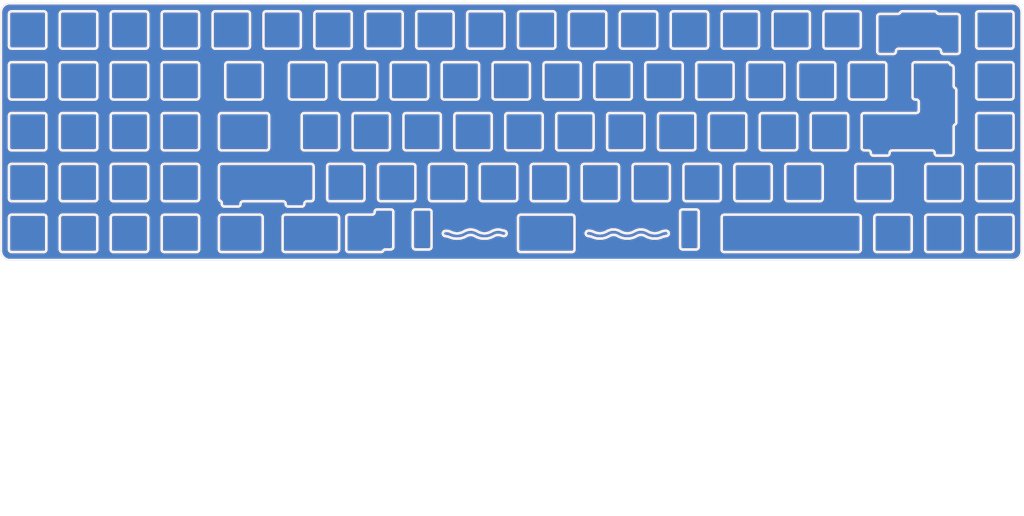
<source format=kicad_pcb>
(kicad_pcb (version 20211014) (generator pcbnew)
  (layers (0 "F.Cu" signal) (31 "B.Cu" signal) (34 "B.Paste" user) (35 "F.Paste" user) (36 "B.SilkS" user "B.Silkscreen") (37 "F.SilkS" user "F.Silkscreen") (38 "B.Mask" user) (39 "F.Mask" user) (44 "Edge.Cuts" user))
  (net 0 "")
  (footprint "logos:DISCIPLINE_SMALL_MASK" (layer "F.Cu") (at 254.011798 168.566894)
    (fp_text reference "G***" hide)
    (fp_text value "LOGO" hide)
  )
  (footprint "logos:DISCIPLINE_SMALL_COPPER" (layer "F.Cu") (at 254.011798 168.566894)
    (fp_text reference "G***" hide)
    (fp_text value "LOGO" hide)
    (fp_line (start -11.13 3.52) (end 11.17 3.52) (layer "F.Cu") (width 0.4))
    (fp_line (start -11.11 -3.16) (end 11.17 -3.16) (layer "F.Cu") (width 0.4))
    (fp_arc (start -11.14 3.52) (mid -14.48 0.18) (end -11.14 -3.16) (layer "F.Cu") (width 0.4))
    (fp_arc (start 11.16 -3.16) (mid 14.5 0.18) (end 11.16 3.52) (layer "F.Cu") (width 0.4))
    (fp_poly (pts (xy 4.725771 -0.973243) (xy 4.8482 -0.963111) (xy 4.8482 0.995758) (xy 4.603342 1.016024) (xy 4.603342 -0.983376) (xy 4.725771 -0.973243)) (layer "F.Cu") (width 0.01) (fill solid))
    (fp_poly (pts (xy 9.581616 -0.978842) (xy 9.717315 -0.976285) (xy 9.807623 -0.970596) (xy 9.862489 -0.960603) (xy 9.891863 -0.94514) (xy 9.905695 -0.923036) (xy 9.907152 -0.918738) (xy 9.913565 -0.839691) (xy 9.905859 -0.804471) (xy 9.888554 -0.781744) (xy 9.850086 -0.766375) (xy 9.779706 -0.757013) (xy 9.666666 -0.752308) (xy 9.500218 -0.75091) (xy 9.479472 -0.7509) (xy 9.073642 -0.7509) (xy 9.083029 -0.448907) (xy 9.092416 -0.146915) (xy 9.44338 -0.137649) (xy 9.794344 -0.128382) (xy 9.794344 0.065296) (xy 9.076092 0.065296) (xy 9.076092 0.781597) (xy 9.908612 0.799871) (xy 9.908612 0.995758) (xy 9.40173 1.004712) (xy 9.186275 1.006737) (xy 9.029645 1.003849) (xy 8.925529 0.99569) (xy 8.867616 0.981901) (xy 8.854879 0.973697) (xy 8.842512 0.929372) (xy 8.832239 0.830095) (xy 8.824066 0.686174) (xy 8.817996 0.507914) (xy 8.814034 0.305624) (xy 8.812183 0.089608) (xy 8.812449 -0.129824) (xy 8.814835 -0.342368) (xy 8.819346 -0.537715) (xy 8.825986 -0.705559) (xy 8.834758 -0.835594) (xy 8.845669 -0.917511) (xy 8.854087 -0.940257) (xy 8.900342 -0.957645) (xy 9.001236 -0.969801) (xy 9.160226 -0.976979) (xy 9.380768 -0.979431) (xy 9.390576 -0.979434) (xy 9.581616 -0.978842)) (layer "F.Cu") (width 0.01) (fill solid))
    (fp_poly (pts (xy -9.322664 -0.970679) (xy -9.109555 -0.946576) (xy -8.932961 -0.897753) (xy -8.780029 -0.821753) (xy -8.772876 -0.81726) (xy -8.621263 -0.683675) (xy -8.507411 -0.50406) (xy -8.434476 -0.287757) (xy -8.405616 -0.044109) (xy -8.423725 0.215892) (xy -8.486044 0.463957) (xy -8.587508 0.662261) (xy -8.731456 0.815649) (xy -8.912854 0.925204) (xy -9.00403 0.954005) (xy -9.132097 0.97803) (xy -9.283239 0.996591) (xy -9.443637 1.009002) (xy -9.599474 1.014575) (xy -9.736933 1.012624) (xy -9.842197 1.002461) (xy -9.901447 0.9834) (xy -9.908674 0.974721) (xy -9.912809 0.93157) (xy -9.915997 0.83177) (xy -9.918161 0.683961) (xy -9.919228 0.496782) (xy -9.919121 0.278876) (xy -9.917767 0.038882) (xy -9.917287 -0.016721) (xy -9.910558 -0.7509) (xy -9.663753 -0.7509) (xy -9.663753 0.783548) (xy -9.409489 0.783548) (xy -9.252281 0.778136) (xy -9.134821 0.758853) (xy -9.032229 0.721131) (xy -9.009553 0.71009) (xy -8.871663 0.612381) (xy -8.774593 0.475727) (xy -8.714968 0.293654) (xy -8.691304 0.100125) (xy -8.692485 -0.131293) (xy -8.727721 -0.317332) (xy -8.800121 -0.47011) (xy -8.856584 -0.543981) (xy -8.963265 -0.644387) (xy -9.082484 -0.708175) (xy -9.231187 -0.741592) (xy -9.417846 -0.7509) (xy -9.663753 -0.7509) (xy -9.910558 -0.7509) (xy -9.908612 -0.963111) (xy -9.58514 -0.972517) (xy -9.322664 -0.970679)) (layer "F.Cu") (width 0.01) (fill solid))
    (fp_poly (pts (xy 7.566613 0.006058) (xy 7.557969 0.995758) (xy 7.443702 1.005373) (xy 7.350145 1.000356) (xy 7.278021 0.975128) (xy 7.274703 0.972726) (xy 7.245041 0.933922) (xy 7.188741 0.845573) (xy 7.110404 0.715468) (xy 7.014636 0.551398) (xy 6.906039 0.361152) (xy 6.789218 0.152522) (xy 6.7774 0.131199) (xy 6.334829 -0.668064) (xy 6.32609 0.163847) (xy 6.317352 0.995758) (xy 6.210765 1.006025) (xy 6.104178 1.016291) (xy 6.112821 0.02659) (xy 6.121465 -0.963111) (xy 6.272883 -0.972912) (xy 6.373673 -0.973471) (xy 6.43605 -0.952931) (xy 6.485094 -0.903638) (xy 6.517243 -0.853649) (xy 6.575379 -0.755062) (xy 6.65447 -0.61674) (xy 6.749488 -0.447544) (xy 6.855403 -0.256338) (xy 6.937661 -0.106211) (xy 7.329434 0.612141) (xy 7.362082 -0.963111) (xy 7.468669 -0.973377) (xy 7.575257 -0.983643) (xy 7.566613 0.006058)) (layer "F.Cu") (width 0.01) (fill solid))
    (fp_poly (pts (xy -5.108836 -0.98406) (xy -4.985765 -0.949914) (xy -4.893276 -0.905656) (xy -4.85105 -0.860819) (xy -4.833184 -0.776447) (xy -4.839967 -0.702615) (xy -4.859696 -0.672265) (xy -4.903355 -0.675294) (xy -4.98004 -0.70331) (xy -5.013514 -0.719309) (xy -5.171443 -0.775959) (xy -5.320527 -0.786646) (xy -5.449859 -0.755236) (xy -5.548533 -0.685593) (xy -5.605642 -0.581581) (xy -5.615424 -0.506041) (xy -5.592035 -0.393213) (xy -5.518163 -0.294052) (xy -5.388252 -0.202751) (xy -5.268836 -0.143856) (xy -5.041622 -0.027912) (xy -4.878304 0.09056) (xy -4.794936 0.185639) (xy -4.752737 0.293622) (xy -4.735031 0.434557) (xy -4.74251 0.58059) (xy -4.775867 0.703868) (xy -4.781732 0.715984) (xy -4.891106 0.859559) (xy -5.044699 0.96418) (xy -5.231712 1.026055) (xy -5.441345 1.041393) (xy -5.631748 1.01441) (xy -5.748337 0.975885) (xy -5.850485 0.924383) (xy -5.914283 0.872141) (xy -5.916917 0.868442) (xy -5.938226 0.802963) (xy -5.937604 0.726847) (xy -5.916 0.674149) (xy -5.911406 0.67061) (xy -5.866741 0.673325) (xy -5.788343 0.701725) (xy -5.744648 0.722785) (xy -5.570477 0.789877) (xy -5.402828 0.811846) (xy -5.251685 0.791976) (xy -5.127031 0.733551) (xy -5.038849 0.639854) (xy -4.997123 0.514168) (xy -4.995116 0.47626) (xy -5.016603 0.38705) (xy -5.084587 0.29788) (xy -5.204351 0.203834) (xy -5.381178 0.099996) (xy -5.423139 0.077991) (xy -5.607077 -0.025783) (xy -5.73618 -0.122753) (xy -5.818655 -0.223115) (xy -5.862711 -0.337066) (xy -5.876557 -0.474801) (xy -5.876607 -0.48528) (xy -5.850933 -0.672411) (xy -5.774278 -0.818874) (xy -5.647195 -0.924103) (xy -5.470236 -0.987529) (xy -5.373978 -1.002333) (xy -5.244302 -1.003174) (xy -5.108836 -0.98406)) (layer "F.Cu") (width 0.01) (fill solid))
    (fp_poly (pts (xy 2.701607 -0.973243) (xy 2.824036 -0.963111) (xy 2.841422 0.781419) (xy 3.574936 0.799871) (xy 3.574936 0.995758) (xy 3.099658 1.004757) (xy 2.929652 1.006472) (xy 2.783352 1.005105) (xy 2.672944 1.000989) (xy 2.610614 0.994458) (xy 2.601779 0.991154) (xy 2.596094 0.953995) (xy 2.590932 0.859784) (xy 2.586482 0.716764) (xy 2.582929 0.533177) (xy 2.58046 0.317268) (xy 2.579262 0.077278) (xy 2.579177 -0.007412) (xy 2.579177 -0.983376) (xy 2.701607 -0.973243)) (layer "F.Cu") (width 0.01) (fill solid))
    (fp_poly (pts (xy -7.035604 0.995758) (xy -7.141934 1.006006) (xy -7.227934 1.000945) (xy -7.264877 0.97296) (xy -7.268838 0.930275) (xy -7.271869 0.83092) (xy -7.273899 0.683514) (xy -7.27486 0.496677) (xy -7.274683 0.279028) (xy -7.273297 0.039188) (xy -7.272814 -0.016721) (xy -7.264139 -0.963111) (xy -7.035604 -0.963111) (xy -7.035604 0.995758)) (layer "F.Cu") (width 0.01) (fill solid))
    (fp_poly (pts (xy -1.012082 1.012082) (xy -1.127374 1.012082) (xy -1.208261 1.001531) (xy -1.255869 0.975653) (xy -1.258479 0.970875) (xy -1.262235 0.928741) (xy -1.26508 0.829912) (xy -1.266951 0.682984) (xy -1.267787 0.496551) (xy -1.267525 0.279208) (xy -1.266104 0.039551) (xy -1.265616 -0.016721) (xy -1.256941 -0.963111) (xy -1.134512 -0.973243) (xy -1.012082 -0.983376) (xy -1.012082 1.012082)) (layer "F.Cu") (width 0.01) (fill solid))
    (fp_poly (pts (xy -2.75907 -0.998251) (xy -2.546212 -0.944091) (xy -2.487494 -0.917332) (xy -2.382969 -0.849866) (xy -2.3307 -0.773594) (xy -2.317995 -0.684861) (xy -2.332967 -0.621517) (xy -2.380727 -0.607698) (xy -2.465535 -0.643179) (xy -2.515691 -0.674352) (xy -2.653866 -0.743052) (xy -2.814515 -0.773407) (xy -2.83515 -0.774866) (xy -3.024394 -0.762024) (xy -3.177873 -0.695663) (xy -3.301069 -0.572645) (xy -3.360807 -0.474099) (xy -3.399391 -0.391795) (xy -3.423966 -0.313904) (xy -3.437579 -0.22194) (xy -3.443275 -0.097417) (xy -3.444182 0.031942) (xy -3.442139 0.196048) (xy -3.434383 0.312486) (xy -3.418199 0.398811) (xy -3.390871 0.472583) (xy -3.369408 0.515484) (xy -3.258923 0.659099) (xy -3.112656 0.756152) (xy -2.942851 0.804317) (xy -2.761753 0.801269) (xy -2.581607 0.744681) (xy -2.479638 0.684467) (xy -2.40802 0.640452) (xy -2.356076 0.620424) (xy -2.353765 0.620309) (xy -2.322967 0.646076) (xy -2.31754 0.708876) (xy -2.334435 0.786956) (xy -2.3706 0.858566) (xy -2.390334 0.881046) (xy -2.511009 0.957044) (xy -2.674206 1.009749) (xy -2.860251 1.035749) (xy -3.049474 1.031637) (xy -3.155144 1.013586) (xy -3.342655 0.93697) (xy -3.498585 0.80768) (xy -3.619612 0.631907) (xy -3.702417 0.41584) (xy -3.743678 0.165668) (xy -3.742697 -0.08162) (xy -3.701092 -0.334122) (xy -3.619979 -0.556142) (xy -3.504215 -0.737132) (xy -3.391372 -0.844231) (xy -3.199511 -0.946877) (xy -2.98279 -0.998698) (xy -2.75907 -0.998251)) (layer "F.Cu") (width 0.01) (fill solid))
    (fp_poly (pts (xy 0.696194 -0.973499) (xy 0.866337 -0.965195) (xy 0.986884 -0.953685) (xy 1.073537 -0.936089) (xy 1.141995 -0.909526) (xy 1.189147 -0.883035) (xy 1.315736 -0.783024) (xy 1.393747 -0.662765) (xy 1.43052 -0.507639) (xy 1.435845 -0.391774) (xy 1.412135 -0.180233) (xy 1.34099 -0.011816) (xy 1.221016 0.114784) (xy 1.050816 0.20087) (xy 0.828997 0.24775) (xy 0.744919 0.254799) (xy 0.489717 0.269572) (xy 0.489717 1.012082) (xy 0.380891 1.012082) (xy 0.300221 1.006109) (xy 0.251774 0.991602) (xy 0.2503 0.990317) (xy 0.244718 0.953288) (xy 0.239665 0.859376) (xy 0.235333 0.716993) (xy 0.231912 0.53455) (xy 0.229593 0.320458) (xy 0.228568 0.08313) (xy 0.228535 0.031204) (xy 0.228972 -0.246801) (xy 0.230516 -0.466489) (xy 0.233518 -0.634831) (xy 0.23802 -0.7509) (xy 0.489717 -0.7509) (xy 0.489717 -0.364567) (xy 0.491458 -0.211842) (xy 0.496194 -0.083762) (xy 0.503197 0.005997) (xy 0.511482 0.04353) (xy 0.563482 0.060476) (xy 0.656919 0.064083) (xy 0.769454 0.055013) (xy 0.878745 0.033927) (xy 0.883915 0.032515) (xy 1.022847 -0.031675) (xy 1.114225 -0.136615) (xy 1.162048 -0.287567) (xy 1.168436 -0.341833) (xy 1.174012 -0.448649) (xy 1.16217 -0.518176) (xy 1.123541 -0.57792) (xy 1.068302 -0.635914) (xy 1.003923 -0.696254) (xy 0.947648 -0.730673) (xy 0.877614 -0.74642) (xy 0.77196 -0.750744) (xy 0.721517 -0.7509) (xy 0.489717 -0.7509) (xy 0.23802 -0.7509) (xy 0.238327 -0.758802) (xy 0.245293 -0.845374) (xy 0.254767 -0.90152) (xy 0.267099 -0.934214) (xy 0.277634 -0.946892) (xy 0.325762 -0.96596) (xy 0.417989 -0.97594) (xy 0.562015 -0.977323) (xy 0.696194 -0.973499)) (layer "F.Cu") (width 0.01) (fill solid))
  )
  (footprint "logos:coseyfannitutti_16mm" (layer "B.Cu") (at 223.789776 164.84096 180)
    (fp_text reference "G***" hide)
    (fp_text value "LOGO" hide)
  )
  (gr_arc (start 401.578048 182.19673) (mid 400.609433 184.535174) (end 398.270989 185.503789) (layer "Edge.Cuts") (width 0.15))
  (gr_arc (start 398.270989 89.303788) (mid 400.609433 90.272403) (end 401.578048 92.610847) (layer "Edge.Cuts") (width 0.15))
  (gr_line (start 398.270989 185.503789) (end 22.937371 185.503788) (layer "Edge.Cuts") (width 0.15))
  (gr_line (start 22.937371 89.293788) (end 398.270989 89.303788) (layer "Edge.Cuts") (width 0.15))
  (gr_arc (start 41.678045 112.353789) (mid 41.970938 111.646682) (end 42.678045 111.353789) (layer "Edge.Cuts") (width 0.2))
  (gr_arc (start 199.840548 163.453789) (mid 199.133441 163.160896) (end 198.840548 162.453789) (layer "Edge.Cuts") (width 0.2))
  (gr_line (start 317.903048 112.353789) (end 317.903048 124.353789) (layer "Edge.Cuts") (width 0.2))
  (gr_arc (start 193.819889 176.537707) (mid 190.720003 177.479933) (end 187.527889 176.925415) (layer "Edge.Cuts") (width 0.2))
  (gr_line (start 80.778047 106.303789) (end 92.778047 106.303789) (layer "Edge.Cuts") (width 0.2))
  (gr_arc (start 352.183798 145.403789) (mid 352.476691 144.696682) (end 353.183798 144.403789) (layer "Edge.Cuts") (width 0.2))
  (gr_arc (start 192.904168 174.756402) (mid 195.425885 174.073918) (end 197.947602 174.756402) (layer "Edge.Cuts") (width 0.2))
  (gr_arc (start 192.811202 174.8107) (mid 190.448591 175.490652) (end 188.047513 174.962363) (layer "Edge.Cuts") (width 0.2))
  (gr_line (start 61.728046 130.403789) (end 73.728046 130.403789) (layer "Edge.Cuts") (width 0.2))
  (gr_line (start 148.834298 169.503789) (end 148.834298 181.503789) (layer "Edge.Cuts") (width 0.2))
  (gr_line (start 126.021798 168.503789) (end 145.165548 168.503789) (layer "Edge.Cuts") (width 0.2))
  (gr_line (start 23.628044 130.403789) (end 35.628044 130.403789) (layer "Edge.Cuts") (width 0.2))
  (gr_arc (start 203.603048 112.353789) (mid 203.895941 111.646682) (end 204.603048 111.353789) (layer "Edge.Cuts") (width 0.2))
  (gr_line (start 385.578048 182.503789) (end 397.578048 182.503789) (layer "Edge.Cuts") (width 0.2))
  (gr_line (start 102.296297 164.453789) (end 102.296297 164.233235) (layer "Edge.Cuts") (width 0.2))
  (gr_line (start 227.128047 93.303788) (end 227.128047 105.303789) (layer "Edge.Cuts") (width 0.2))
  (gr_line (start 269.568838 175.503789) (end 269.568838 175.503789) (layer "Edge.Cuts") (width 0.2))
  (gr_arc (start 79.778047 93.303788) (mid 80.07094 92.596681) (end 80.778047 92.303788) (layer "Edge.Cuts") (width 0.2))
  (gr_arc (start 290.328048 106.303789) (mid 289.620941 106.010896) (end 289.328048 105.303789) (layer "Edge.Cuts") (width 0.2))
  (gr_line (start 242.703048 125.353789) (end 254.703048 125.353789) (layer "Edge.Cuts") (width 0.2))
  (gr_arc (start 101.209298 131.403789) (mid 101.502191 130.696682) (end 102.209298 130.403789) (layer "Edge.Cuts") (width 0.2))
  (gr_arc (start 254.703048 111.353789) (mid 255.410155 111.646682) (end 255.703048 112.353789) (layer "Edge.Cuts") (width 0.2))
  (gr_line (start 337.953048 125.353789) (end 349.953048 125.353789) (layer "Edge.Cuts") (width 0.2))
  (gr_line (start 204.603048 111.353789) (end 216.603048 111.353789) (layer "Edge.Cuts") (width 0.2))
  (gr_line (start 293.803048 112.353789) (end 293.803048 124.353789) (layer "Edge.Cuts") (width 0.2))
  (gr_line (start 102.209298 168.503789) (end 116.590548 168.503789) (layer "Edge.Cuts") (width 0.2))
  (gr_line (start 193.790548 150.453788) (end 193.790548 162.453789) (layer "Edge.Cuts") (width 0.2))
  (gr_line (start 266.515548 144.403789) (end 278.515548 144.403789) (layer "Edge.Cuts") (width 0.2))
  (gr_line (start 61.728046 182.50379) (end 73.728046 182.50379) (layer "Edge.Cuts") (width 0.2))
  (gr_arc (start 22.628044 169.503789) (mid 22.920937 168.796682) (end 23.628044 168.503789) (layer "Edge.Cuts") (width 0.2))
  (gr_arc (start 293.803048 124.353789) (mid 293.510155 125.060896) (end 292.803048 125.353789) (layer "Edge.Cuts") (width 0.2))
  (gr_line (start 376.146798 145.403789) (end 376.146798 135.610839) (layer "Edge.Cuts") (width 0.2))
  (gr_arc (start 178.503048 111.353789) (mid 179.210155 111.646682) (end 179.503048 112.353789) (layer "Edge.Cuts") (width 0.2))
  (gr_arc (start 146.165548 143.403789) (mid 145.872655 144.110896) (end 145.165548 144.403789) (layer "Edge.Cuts") (width 0.2))
  (gr_line (start 80.778047 149.453789) (end 92.778047 149.453789) (layer "Edge.Cuts") (width 0.2))
  (gr_line (start 80.778047 92.303788) (end 92.778047 92.303788) (layer "Edge.Cuts") (width 0.2))
  (gr_arc (start 230.890548 149.453788) (mid 231.597655 149.746681) (end 231.890548 150.453788) (layer "Edge.Cuts") (width 0.2))
  (gr_arc (start 246.275317 174.776782) (mid 243.912706 175.456734) (end 241.511628 174.928445) (layer "Edge.Cuts") (width 0.2))
  (gr_line (start 337.953048 111.353789) (end 349.953048 111.353789) (layer "Edge.Cuts") (width 0.2))
  (gr_line (start 112.828047 93.303788) (end 112.828047 105.303789) (layer "Edge.Cuts") (width 0.2))
  (gr_arc (start 173.771798 167.503789) (mid 174.064691 166.796682) (end 174.771798 166.503789) (layer "Edge.Cuts") (width 0.2))
  (gr_line (start 117.878048 93.303788) (end 117.878048 105.303789) (layer "Edge.Cuts") (width 0.2))
  (gr_line (start 74.728046 131.403789) (end 74.728046 143.40379) (layer "Edge.Cuts") (width 0.2))
  (gr_arc (start 165.503048 112.353789) (mid 165.795941 111.646682) (end 166.503048 111.353789) (layer "Edge.Cuts") (width 0.2))
  (gr_line (start 104.590548 111.353789) (end 116.590548 111.353789) (layer "Edge.Cuts") (width 0.2))
  (gr_arc (start 336.665548 143.403789) (mid 336.372655 144.110896) (end 335.665548 144.403789) (layer "Edge.Cuts") (width 0.2))
  (gr_line (start 179.503048 112.353789) (end 179.503048 124.353789) (layer "Edge.Cuts") (width 0.2))
  (gr_line (start 213.128048 169.503789) (end 213.128048 181.503789) (layer "Edge.Cuts") (width 0.2))
  (gr_arc (start 239.404737 176.500815) (mid 240.214444 176.630852) (end 240.992004 176.891497) (layer "Edge.Cuts") (width 0.2))
  (gr_line (start 41.678045 150.453789) (end 41.678045 162.45379) (layer "Edge.Cuts") (width 0.2))
  (gr_line (start 261.684517 174.722484) (end 261.777483 174.776782) (layer "Edge.Cuts") (width 0.2))
  (gr_line (start 233.178048 92.303788) (end 245.178048 92.303788) (layer "Edge.Cuts") (width 0.2))
  (gr_arc (start 180.771798 180.503789) (mid 180.478905 181.210896) (end 179.771798 181.503789) (layer "Edge.Cuts") (width 0.2))
  (gr_arc (start 152.215548 144.403789) (mid 151.508441 144.110896) (end 151.215548 143.403789) (layer "Edge.Cuts") (width 0.2))
  (gr_arc (start 366.528048 182.503789) (mid 365.820941 182.210896) (end 365.528048 181.503789) (layer "Edge.Cuts") (width 0.2))
  (gr_line (start 146.165548 131.403789) (end 146.165548 143.403789) (layer "Edge.Cuts") (width 0.2))
  (gr_line (start 275.040548 150.453788) (end 275.040548 162.453789) (layer "Edge.Cuts") (width 0.2))
  (gr_line (start 328.428048 92.303788) (end 340.428048 92.303788) (layer "Edge.Cuts") (width 0.2))
  (gr_line (start 118.878048 106.303788) (end 130.878048 106.303788) (layer "Edge.Cuts") (width 0.2))
  (gr_arc (start 208.099706 174.528665) (mid 207.580851 174.403418) (end 207.065524 174.26437) (layer "Edge.Cuts") (width 0.2))
  (gr_arc (start 36.628043 124.35379) (mid 36.33515 125.060896) (end 35.628044 125.353789) (layer "Edge.Cuts") (width 0.2))
  (gr_arc (start 213.128048 169.503789) (mid 213.420941 168.796682) (end 214.128048 168.503789) (layer "Edge.Cuts") (width 0.2))
  (gr_arc (start 180.790548 163.453789) (mid 180.083441 163.160896) (end 179.790548 162.453789) (layer "Edge.Cuts") (width 0.2))
  (gr_line (start 295.090548 149.453789) (end 307.090548 149.453789) (layer "Edge.Cuts") (width 0.2))
  (gr_line (start 372.441048 108.303789) (end 377.441048 108.303789) (layer "Edge.Cuts") (width 0.2))
  (gr_arc (start 116.590548 111.353789) (mid 117.297655 111.646682) (end 117.590548 112.353789) (layer "Edge.Cuts") (width 0.2))
  (gr_line (start 385.578048 144.403789) (end 397.578048 144.403789) (layer "Edge.Cuts") (width 0.2))
  (gr_line (start 102.209298 149.453789) (end 135.640548 149.453789) (layer "Edge.Cuts") (width 0.2))
  (gr_arc (start 130.878048 92.303788) (mid 131.585155 92.596681) (end 131.878048 93.303788) (layer "Edge.Cuts") (width 0.2))
  (gr_arc (start 103.590548 112.353789) (mid 103.883441 111.646682) (end 104.590548 111.353789) (layer "Edge.Cuts") (width 0.2))
  (gr_arc (start 268.990548 149.453788) (mid 269.697655 149.746681) (end 269.990548 150.453788) (layer "Edge.Cuts") (width 0.2))
  (gr_arc (start 279.771798 166.503789) (mid 280.478905 166.796682) (end 280.771798 167.503789) (layer "Edge.Cuts") (width 0.2))
  (gr_arc (start 54.678045 168.503789) (mid 55.385152 168.796682) (end 55.678045 169.503789) (layer "Edge.Cuts") (width 0.2))
  (gr_line (start 355.565048 106.303788) (end 370.441048 106.303788) (layer "Edge.Cuts") (width 0.2))
  (gr_line (start 159.478047 167.503789) (end 159.478047 167.503789) (layer "Edge.Cuts") (width 0.2))
  (gr_line (start 327.140548 150.453788) (end 327.140548 162.453789) (layer "Edge.Cuts") (width 0.2))
  (gr_arc (start 375.35701 112.463133) (mid 374.948792 112.271317) (end 374.666385 111.919633) (layer "Edge.Cuts") (width 0.2))
  (gr_arc (start 222.365548 143.403789) (mid 222.072655 144.110896) (end 221.365548 144.403789) (layer "Edge.Cuts") (width 0.2))
  (gr_arc (start 160.740548 150.453788) (mid 161.033441 149.746681) (end 161.740548 149.453788) (layer "Edge.Cuts") (width 0.2))
  (gr_arc (start 127.403048 112.353789) (mid 127.695941 111.646682) (end 128.403048 111.353789) (layer "Edge.Cuts") (width 0.2))
  (gr_arc (start 349.953048 111.353789) (mid 350.660155 111.646682) (end 350.953048 112.353789) (layer "Edge.Cuts") (width 0.2))
  (gr_arc (start 385.578048 106.303789) (mid 384.870941 106.010896) (end 384.578048 105.303789) (layer "Edge.Cuts") (width 0.2))
  (gr_line (start 347.478048 168.503789) (end 359.478048 168.503789) (layer "Edge.Cuts") (width 0.2))
  (gr_arc (start 133.172298 164.453789) (mid 132.879405 165.160896) (end 132.172298 165.453789) (layer "Edge.Cuts") (width 0.2))
  (gr_arc (start 159.478048 167.503789) (mid 159.185155 168.210896) (end 158.478048 168.503789) (layer "Edge.Cuts") (width 0.2))
  (gr_arc (start 198.553048 124.353789) (mid 198.260155 125.060896) (end 197.553048 125.353789) (layer "Edge.Cuts") (width 0.2))
  (gr_arc (start 256.990548 163.453789) (mid 256.283441 163.160896) (end 255.990548 162.453789) (layer "Edge.Cuts") (width 0.2))
  (gr_line (start 102.209298 130.403789) (end 118.971798 130.403789) (layer "Edge.Cuts") (width 0.2))
  (gr_line (start 384.578048 131.403789) (end 384.578048 143.403789) (layer "Edge.Cuts") (width 0.2))
  (gr_arc (start 265.228047 105.303789) (mid 264.935154 106.010895) (end 264.228048 106.303788) (layer "Edge.Cuts") (width 0.2))
  (gr_arc (start 318.903048 125.353789) (mid 318.195941 125.060896) (end 317.903048 124.353789) (layer "Edge.Cuts") (width 0.2))
  (gr_line (start 218.890548 149.453789) (end 230.890548 149.453789) (layer "Edge.Cuts") (width 0.2))
  (gr_line (start 36.628044 112.353789) (end 36.628044 124.35379) (layer "Edge.Cuts") (width 0.2))
  (gr_arc (start 173.740548 149.453788) (mid 174.447655 149.746681) (end 174.740548 150.453788) (layer "Edge.Cuts") (width 0.2))
  (gr_arc (start 217.890548 150.453788) (mid 218.183441 149.746681) (end 218.890548 149.453788) (layer "Edge.Cuts") (width 0.2))
  (gr_line (start 384.578048 150.453788) (end 384.578048 162.453789) (layer "Edge.Cuts") (width 0.2))
  (gr_line (start 198.553048 112.353789) (end 198.553048 124.353789) (layer "Edge.Cuts") (width 0.2))
  (gr_arc (start 290.328048 182.503789) (mid 289.620941 182.210896) (end 289.328048 181.503789) (layer "Edge.Cuts") (width 0.2))
  (gr_line (start 149.834298 168.503789) (end 158.478048 168.503789) (layer "Edge.Cuts") (width 0.2))
  (gr_line (start 279.771798 166.503789) (end 274.771798 166.503789) (layer "Edge.Cuts") (width 0.2))
  (gr_arc (start 155.978047 93.303788) (mid 156.27094 92.596681) (end 156.978047 92.303788) (layer "Edge.Cuts") (width 0.2))
  (gr_arc (start 188.028048 92.303788) (mid 188.735155 92.596681) (end 189.028048 93.303788) (layer "Edge.Cuts") (width 0.2))
  (gr_line (start 118.878048 92.303788) (end 130.878048 92.303788) (layer "Edge.Cuts") (width 0.2))
  (gr_arc (start 397.578048 130.403789) (mid 398.285155 130.696682) (end 398.578048 131.403789) (layer "Edge.Cuts") (width 0.2))
  (gr_line (start 295.090548 163.453788) (end 307.090548 163.453788) (layer "Edge.Cuts") (width 0.2))
  (gr_arc (start 237.940548 163.453789) (mid 237.233441 163.160896) (end 236.940548 162.453789) (layer "Edge.Cuts") (width 0.2))
  (gr_arc (start 42.678045 182.50379) (mid 41.970938 182.210897) (end 41.678045 181.50379) (layer "Edge.Cuts") (width 0.2))
  (gr_line (start 80.778047 125.35379) (end 92.778047 125.35379) (layer "Edge.Cuts") (width 0.2))
  (gr_arc (start 275.040548 150.453788) (mid 275.333441 149.746681) (end 276.040548 149.453788) (layer "Edge.Cuts") (width 0.2))
  (gr_arc (start 359.478048 168.503789) (mid 360.185155 168.796682) (end 360.478048 169.503789) (layer "Edge.Cuts") (width 0.2))
  (gr_line (start 160.453048 112.353789) (end 160.453048 124.353789) (layer "Edge.Cuts") (width 0.2))
  (gr_arc (start 93.778046 124.35379) (mid 93.485153 125.060896) (end 92.778047 125.353789) (layer "Edge.Cuts") (width 0.2))
  (gr_arc (start 260.753048 112.353789) (mid 261.045941 111.646682) (end 261.753048 111.353789) (layer "Edge.Cuts") (width 0.2))
  (gr_arc (start 308.090548 162.453789) (mid 307.797655 163.160896) (end 307.090548 163.453789) (layer "Edge.Cuts") (width 0.2))
  (gr_line (start 41.678045 131.403789) (end 41.678045 143.40379) (layer "Edge.Cuts") (width 0.2))
  (gr_line (start 189.028048 93.303788) (end 189.028048 105.303789) (layer "Edge.Cuts") (width 0.2))
  (gr_arc (start 236.940548 150.453788) (mid 237.233441 149.746681) (end 237.940548 149.453788) (layer "Edge.Cuts") (width 0.2))
  (gr_line (start 42.678045 111.353789) (end 54.678045 111.353789) (layer "Edge.Cuts") (width 0.2))
  (gr_line (start 234.271798 169.503789) (end 234.271798 181.503789) (layer "Edge.Cuts") (width 0.2))
  (gr_line (start 366.528048 149.453789) (end 378.528048 149.453789) (layer "Edge.Cuts") (width 0.2))
  (gr_line (start 199.840548 149.453789) (end 211.840548 149.453789) (layer "Edge.Cuts") (width 0.2))
  (gr_arc (start 80.778047 163.45379) (mid 80.07094 163.160897) (end 79.778047 162.45379) (layer "Edge.Cuts") (width 0.2))
  (gr_line (start 217.603048 112.353789) (end 217.603048 124.353789) (layer "Edge.Cuts") (width 0.2))
  (gr_line (start 251.411717 174.722484) (end 251.504683 174.776782) (layer "Edge.Cuts") (width 0.2))
  (gr_line (start 362.146798 125.353789) (end 361.765547 125.353789) (layer "Edge.Cuts") (width 0.2))
  (gr_arc (start 247.376969 176.44949) (mid 248.89 176.039999) (end 250.40303 176.44949) (layer "Edge.Cuts") (width 0.2))
  (gr_line (start 55.678045 169.503789) (end 55.678045 181.50379) (layer "Edge.Cuts") (width 0.2))
  (gr_arc (start 101.752798 163.343512) (mid 101.355923 162.975085) (end 101.209298 162.453789) (layer "Edge.Cuts") (width 0.2))
  (gr_line (start 80.778047 163.45379) (end 92.778047 163.45379) (layer "Edge.Cuts") (width 0.2))
  (gr_line (start 250.40303 176.44949) (end 250.495996 176.503789) (layer "Edge.Cuts") (width 0.2))
  (gr_arc (start 151.215548 131.403789) (mid 151.508441 130.696682) (end 152.215548 130.403789) (layer "Edge.Cuts") (width 0.2))
  (gr_line (start 236.940548 150.453788) (end 236.940548 162.453789) (layer "Edge.Cuts") (width 0.2))
  (gr_arc (start 233.178048 106.303789) (mid 232.470941 106.010896) (end 232.178048 105.303789) (layer "Edge.Cuts") (width 0.2))
  (gr_arc (start 268.568838 174.503789) (mid 269.275945 174.796682) (end 269.568838 175.503789) (layer "Edge.Cuts") (width 0.2))
  (gr_line (start 136.928048 93.303788) (end 136.928048 105.303789) (layer "Edge.Cuts") (width 0.2))
  (gr_line (start 194.078048 93.303788) (end 194.078048 105.303789) (layer "Edge.Cuts") (width 0.2))
  (gr_arc (start 104.590548 125.353789) (mid 103.883441 125.060896) (end 103.590548 124.353789) (layer "Edge.Cuts") (width 0.2))
  (gr_line (start 318.903048 111.353789) (end 330.903048 111.353789) (layer "Edge.Cuts") (width 0.2))
  (gr_arc (start 207.753901 176.496052) (mid 207.221276 176.399891) (end 206.702165 176.246723) (layer "Edge.Cuts") (width 0.2))
  (gr_line (start 41.678045 169.503789) (end 41.678045 181.50379) (layer "Edge.Cuts") (width 0.2))
  (gr_line (start 385.578048 168.503789) (end 397.578048 168.503789) (layer "Edge.Cuts") (width 0.2))
  (gr_arc (start 102.209298 144.403789) (mid 101.502191 144.110896) (end 101.209298 143.403789) (layer "Edge.Cuts") (width 0.2))
  (gr_arc (start 132.165548 131.403789) (mid 132.458441 130.696682) (end 133.165548 130.403789) (layer "Edge.Cuts") (width 0.2))
  (gr_line (start 209.365548 144.403789) (end 221.365548 144.403789) (layer "Edge.Cuts") (width 0.2))
  (gr_line (start 147.453048 125.353789) (end 159.453048 125.353789) (layer "Edge.Cuts") (width 0.2))
  (gr_line (start 147.453048 111.353789) (end 159.453048 111.353789) (layer "Edge.Cuts") (width 0.2))
  (gr_line (start 80.778047 130.403789) (end 92.778047 130.403789) (layer "Edge.Cuts") (width 0.2))
  (gr_arc (start 211.840548 149.453788) (mid 212.547655 149.746681) (end 212.840548 150.453788) (layer "Edge.Cuts") (width 0.2))
  (gr_line (start 204.185655 176.483408) (end 204.092689 176.537706) (layer "Edge.Cuts") (width 0.2))
  (gr_arc (start 223.653048 125.353789) (mid 222.945941 125.060896) (end 222.653048 124.353789) (layer "Edge.Cuts") (width 0.2))
  (gr_line (start 23.628044 106.303788) (end 35.628044 106.303788) (layer "Edge.Cuts") (width 0.2))
  (gr_line (start 60.728046 93.303788) (end 60.728046 105.303789) (layer "Edge.Cuts") (width 0.2))
  (gr_line (start 102.209298 144.403789) (end 118.971798 144.403789) (layer "Edge.Cuts") (width 0.2))
  (gr_arc (start 61.728046 125.35379) (mid 61.020939 125.060897) (end 60.728046 124.35379) (layer "Edge.Cuts") (width 0.2))
  (gr_line (start 155.978048 93.303788) (end 155.978048 105.303789) (layer "Edge.Cuts") (width 0.2))
  (gr_arc (start 234.271798 181.503789) (mid 233.978905 182.210896) (end 233.271798 182.503789) (layer "Edge.Cuts") (width 0.2))
  (gr_line (start 314.140548 163.453788) (end 326.140548 163.453788) (layer "Edge.Cuts") (width 0.2))
  (gr_line (start 104.590548 125.353789) (end 116.590548 125.353789) (layer "Edge.Cuts") (width 0.2))
  (gr_line (start 79.778047 150.453789) (end 79.778047 162.45379) (layer "Edge.Cuts") (width 0.2))
  (gr_arc (start 232.178048 93.303788) (mid 232.470941 92.596681) (end 233.178048 92.303788) (layer "Edge.Cuts") (width 0.2))
  (gr_arc (start 337.953048 125.353789) (mid 337.245941 125.060896) (end 336.953048 124.353789) (layer "Edge.Cuts") (width 0.2))
  (gr_arc (start 179.771798 166.503789) (mid 180.478905 166.796682) (end 180.771798 167.503789) (layer "Edge.Cuts") (width 0.2))
  (gr_line (start 93.778046 169.503789) (end 93.778046 181.50379) (layer "Edge.Cuts") (width 0.2))
  (gr_line (start 238.481798 175.503789) (end 238.481798 175.503789) (layer "Edge.Cuts") (width 0.2))
  (gr_arc (start 322.665548 131.403789) (mid 322.958441 130.696682) (end 323.665548 130.403789) (layer "Edge.Cuts") (width 0.2))
  (gr_line (start 285.565548 130.403789) (end 297.565548 130.403789) (layer "Edge.Cuts") (width 0.2))
  (gr_line (start 236.653048 112.353789) (end 236.653048 124.353789) (layer "Edge.Cuts") (width 0.2))
  (gr_line (start 298.565548 131.403789) (end 298.565548 143.403789) (layer "Edge.Cuts") (width 0.2))
  (gr_arc (start 165.478048 166.503789) (mid 166.185155 166.796682) (end 166.478048 167.503789) (layer "Edge.Cuts") (width 0.2))
  (gr_line (start 156.978047 106.303788) (end 168.978048 106.303788) (layer "Edge.Cuts") (width 0.2))
  (gr_arc (start 189.315548 131.403789) (mid 189.608441 130.696682) (end 190.315548 130.403789) (layer "Edge.Cuts") (width 0.2))
  (gr_arc (start 125.021798 169.503789) (mid 125.314691 168.796682) (end 126.021798 168.503789) (layer "Edge.Cuts") (width 0.2))
  (gr_arc (start 190.315548 144.403789) (mid 189.608441 144.110896) (end 189.315548 143.403789) (layer "Edge.Cuts") (width 0.2))
  (gr_line (start 279.515548 131.403789) (end 279.515548 143.403789) (layer "Edge.Cuts") (width 0.2))
  (gr_line (start 341.428048 169.503789) (end 341.428048 181.503789) (layer "Edge.Cuts") (width 0.2))
  (gr_arc (start 155.690548 162.453789) (mid 155.397655 163.160896) (end 154.690548 163.453789) (layer "Edge.Cuts") (width 0.2))
  (gr_line (start 385.578048 111.353789) (end 397.578048 111.353789) (layer "Edge.Cuts") (width 0.2))
  (gr_line (start 80.778047 111.353789) (end 92.778047 111.353789) (layer "Edge.Cuts") (width 0.2))
  (gr_arc (start 41.678045 169.503789) (mid 41.970938 168.796682) (end 42.678045 168.503789) (layer "Edge.Cuts") (width 0.2))
  (gr_arc (start 247.465548 144.403789) (mid 246.758441 144.110896) (end 246.465548 143.403789) (layer "Edge.Cuts") (width 0.2))
  (gr_arc (start 197.553048 111.353789) (mid 198.260155 111.646682) (end 198.553048 112.353789) (layer "Edge.Cuts") (width 0.2))
  (gr_line (start 214.128048 106.303788) (end 226.128047 106.303788) (layer "Edge.Cuts") (width 0.2))
  (gr_line (start 128.403048 125.353789) (end 140.403048 125.353789) (layer "Edge.Cuts") (width 0.2))
  (gr_arc (start 236.653048 124.353789) (mid 236.360155 125.060896) (end 235.653048 125.353789) (layer "Edge.Cuts") (width 0.2))
  (gr_line (start 133.165548 144.403789) (end 145.165548 144.403789) (layer "Edge.Cuts") (width 0.2))
  (gr_arc (start 61.728046 106.303789) (mid 61.020939 106.010896) (end 60.728046 105.303789) (layer "Edge.Cuts") (width 0.2))
  (gr_line (start 174.740548 150.453788) (end 174.740548 162.453789) (layer "Edge.Cuts") (width 0.2))
  (gr_line (start 342.715548 130.403789) (end 362.146798 130.403789) (layer "Edge.Cuts") (width 0.2))
  (gr_arc (start 54.678045 130.403789) (mid 55.385152 130.696682) (end 55.678045 131.403789) (layer "Edge.Cuts") (width 0.2))
  (gr_arc (start 111.828048 92.303789) (mid 112.535154 92.596682) (end 112.828047 93.303788) (layer "Edge.Cuts") (width 0.2))
  (gr_arc (start 397.578048 168.503789) (mid 398.285155 168.796682) (end 398.578048 169.503789) (layer "Edge.Cuts") (width 0.2))
  (gr_arc (start 137.928048 106.303789) (mid 137.220941 106.010896) (end 136.928048 105.303789) (layer "Edge.Cuts") (width 0.2))
  (gr_arc (start 142.690548 163.453789) (mid 141.983441 163.160896) (end 141.690548 162.453789) (layer "Edge.Cuts") (width 0.2))
  (gr_line (start 160.740548 150.453788) (end 160.740548 162.453789) (layer "Edge.Cuts") (width 0.2))
  (gr_arc (start 203.176968 174.756402) (mid 205.071023 174.11347) (end 207.065524 174.26437) (layer "Edge.Cuts") (width 0.2))
  (gr_arc (start 193.912854 176.483408) (mid 195.425885 176.073917) (end 196.938915 176.483408) (layer "Edge.Cuts") (width 0.2))
  (gr_line (start 271.278048 92.303788) (end 283.278048 92.303788) (layer "Edge.Cuts") (width 0.2))
  (gr_line (start 309.378048 92.303788) (end 321.378048 92.303788) (layer "Edge.Cuts") (width 0.2))
  (gr_arc (start 356.137022 92.803788) (mid 355.770997 93.169813) (end 355.270997 93.303788) (layer "Edge.Cuts") (width 0.2))
  (gr_arc (start 198.840548 150.453788) (mid 199.133441 149.746681) (end 199.840548 149.453788) (layer "Edge.Cuts") (width 0.2))
  (gr_line (start 137.928048 92.303788) (end 149.928048 92.303788) (layer "Edge.Cuts") (width 0.2))
  (gr_arc (start 222.653048 112.353789) (mid 222.945941 111.646682) (end 223.653048 111.353789) (layer "Edge.Cuts") (width 0.2))
  (gr_line (start 398.578048 93.303788) (end 398.578048 105.303789) (layer "Edge.Cuts") (width 0.2))
  (gr_line (start 298.853048 112.353789) (end 298.853048 124.353789) (layer "Edge.Cuts") (width 0.2))
  (gr_line (start 99.828047 92.303788) (end 111.828048 92.303788) (layer "Edge.Cuts") (width 0.2))
  (gr_line (start 101.209298 150.453788) (end 101.209298 162.453789) (layer "Edge.Cuts") (width 0.2))
  (gr_arc (start 242.703048 125.353789) (mid 241.995941 125.060896) (end 241.703048 124.353789) (layer "Edge.Cuts") (width 0.2))
  (gr_line (start 322.665548 131.403789) (end 322.665548 143.403789) (layer "Edge.Cuts") (width 0.2))
  (gr_arc (start 321.378048 92.303788) (mid 322.085155 92.596681) (end 322.378048 93.303788) (layer "Edge.Cuts") (width 0.2))
  (gr_arc (start 92.778047 149.453789) (mid 93.485154 149.746682) (end 93.778047 150.453789) (layer "Edge.Cuts") (width 0.2))
  (gr_arc (start 23.628044 163.45379) (mid 22.920937 163.160897) (end 22.628044 162.45379) (layer "Edge.Cuts") (width 0.2))
  (gr_line (start 247.465548 144.403789) (end 259.465548 144.403789) (layer "Edge.Cuts") (width 0.2))
  (gr_line (start 141.690548 150.453788) (end 141.690548 162.453789) (layer "Edge.Cuts") (width 0.2))
  (gr_arc (start 60.728046 93.303788) (mid 61.020939 92.596681) (end 61.728046 92.303788) (layer "Edge.Cuts") (width 0.2))
  (gr_line (start 36.628044 93.303788) (end 36.628044 105.303789) (layer "Edge.Cuts") (width 0.2))
  (gr_arc (start 80.778047 144.40379) (mid 80.07094 144.110897) (end 79.778047 143.40379) (layer "Edge.Cuts") (width 0.2))
  (gr_line (start 385.578048 149.453789) (end 397.578048 149.453789) (layer "Edge.Cuts") (width 0.2))
  (gr_line (start 317.615548 131.403789) (end 317.615548 143.403789) (layer "Edge.Cuts") (width 0.2))
  (gr_arc (start 373.765547 111.35379) (mid 374.297451 111.506985) (end 374.666385 111.919633) (layer "Edge.Cuts") (width 0.2))
  (gr_arc (start 118.878048 106.303789) (mid 118.170941 106.010896) (end 117.878048 105.303789) (layer "Edge.Cuts") (width 0.2))
  (gr_line (start 165.478048 181.503789) (end 163.566348 181.503789) (layer "Edge.Cuts") (width 0.2))
  (gr_arc (start 73.728046 92.303788) (mid 74.435153 92.596681) (end 74.728046 93.303788) (layer "Edge.Cuts") (width 0.2))
  (gr_line (start 127.172298 165.453788) (end 132.172298 165.453788) (layer "Edge.Cuts") (width 0.2))
  (gr_line (start 42.678045 144.403789) (end 54.678045 144.403789) (layer "Edge.Cuts") (width 0.2))
  (gr_line (start 165.478048 166.503789) (end 160.478048 166.503789) (layer "Edge.Cuts") (width 0.2))
  (gr_line (start 252.228048 92.303788) (end 264.228048 92.303788) (layer "Edge.Cuts") (width 0.2))
  (gr_arc (start 352.183798 145.403789) (mid 351.890905 146.110896) (end 351.183798 146.403789) (layer "Edge.Cuts") (width 0.2))
  (gr_line (start 290.328048 168.503789) (end 340.428048 168.503789) (layer "Edge.Cuts") (width 0.2))
  (gr_arc (start 216.603048 111.353789) (mid 217.310155 111.646682) (end 217.603048 112.353789) (layer "Edge.Cuts") (width 0.2))
  (gr_arc (start 370.059798 146.403789) (mid 369.352691 146.110896) (end 369.059798 145.403789) (layer "Edge.Cuts") (width 0.2))
  (gr_line (start 323.665548 130.403789) (end 335.665548 130.403789) (layer "Edge.Cuts") (width 0.2))
  (gr_line (start 385.578048 106.303788) (end 397.578048 106.303788) (layer "Edge.Cuts") (width 0.2))
  (gr_line (start 55.678045 93.303788) (end 55.678045 105.303789) (layer "Edge.Cuts") (width 0.2))
  (gr_line (start 152.215548 130.403789) (end 164.215548 130.403789) (layer "Edge.Cuts") (width 0.2))
  (gr_line (start 289.328048 93.303788) (end 289.328048 105.303789) (layer "Edge.Cuts") (width 0.2))
  (gr_line (start 173.771798 180.503789) (end 173.771798 167.503789) (layer "Edge.Cuts") (width 0.2))
  (gr_arc (start 184.553048 112.353789) (mid 184.845941 111.646682) (end 185.553048 111.353789) (layer "Edge.Cuts") (width 0.2))
  (gr_arc (start 323.665548 144.403789) (mid 322.958441 144.110896) (end 322.665548 143.403789) (layer "Edge.Cuts") (width 0.2))
  (gr_arc (start 176.028048 106.303789) (mid 175.320941 106.010896) (end 175.028048 105.303789) (layer "Edge.Cuts") (width 0.2))
  (gr_line (start 222.653048 112.353789) (end 222.653048 124.353789) (layer "Edge.Cuts") (width 0.2))
  (gr_arc (start 238.481798 175.503789) (mid 238.774691 174.796682) (end 239.481798 174.503789) (layer "Edge.Cuts") (width 0.2))
  (gr_line (start 237.940548 149.453789) (end 249.940548 149.453789) (layer "Edge.Cuts") (width 0.2))
  (gr_arc (start 193.790547 162.453789) (mid 193.497654 163.160896) (end 192.790547 163.453789) (layer "Edge.Cuts") (width 0.2))
  (gr_arc (start 228.415548 144.403789) (mid 227.708441 144.110896) (end 227.415548 143.403789) (layer "Edge.Cuts") (width 0.2))
  (gr_line (start 185.017683 175.537706) (end 185.017683 175.537706) (layer "Edge.Cuts") (width 0.2))
  (gr_arc (start 204.092689 176.537706) (mid 200.562285 177.493184) (end 197.031881 176.537706) (layer "Edge.Cuts") (width 0.2))
  (gr_line (start 193.819889 176.537706) (end 193.912855 176.483408) (layer "Edge.Cuts") (width 0.2))
  (gr_arc (start 136.640548 162.453789) (mid 136.347655 163.160896) (end 135.640548 163.453789) (layer "Edge.Cuts") (width 0.2))
  (gr_arc (start 370.441048 106.303789) (mid 371.148155 106.596682) (end 371.441048 107.303789) (layer "Edge.Cuts") (width 0.2))
  (gr_arc (start 298.853048 112.353789) (mid 299.145941 111.646682) (end 299.853048 111.353789) (layer "Edge.Cuts") (width 0.2))
  (gr_arc (start 22.628044 93.303788) (mid 22.920937 92.596681) (end 23.628044 92.303788) (layer "Edge.Cuts") (width 0.2))
  (gr_line (start 323.665548 144.403789) (end 335.665548 144.403789) (layer "Edge.Cuts") (width 0.2))
  (gr_arc (start 297.565548 130.403789) (mid 298.272655 130.696682) (end 298.565548 131.403789) (layer "Edge.Cuts") (width 0.2))
  (gr_line (start 166.503048 125.353789) (end 178.503048 125.353789) (layer "Edge.Cuts") (width 0.2))
  (gr_arc (start 35.628044 111.353789) (mid 36.335151 111.646682) (end 36.628044 112.353789) (layer "Edge.Cuts") (width 0.2))
  (gr_line (start 250.940548 150.453788) (end 250.940548 162.453789) (layer "Edge.Cuts") (width 0.2))
  (gr_arc (start 384.578048 112.353789) (mid 384.870941 111.646682) (end 385.578048 111.353789) (layer "Edge.Cuts") (width 0.2))
  (gr_line (start 128.403048 111.353789) (end 140.403048 111.353789) (layer "Edge.Cuts") (width 0.2))
  (gr_arc (start 161.740548 163.453789) (mid 161.033441 163.160896) (end 160.740548 162.453789) (layer "Edge.Cuts") (width 0.2))
  (gr_arc (start 303.328047 105.303789) (mid 303.035154 106.010895) (end 302.328048 106.303788) (layer "Edge.Cuts") (width 0.2))
  (gr_arc (start 398.578048 143.403789) (mid 398.285155 144.110896) (end 397.578048 144.403789) (layer "Edge.Cuts") (width 0.2))
  (gr_arc (start 204.603048 125.353789) (mid 203.895941 125.060896) (end 203.603048 124.353789) (layer "Edge.Cuts") (width 0.2))
  (gr_arc (start 22.628044 112.353789) (mid 22.920937 111.646682) (end 23.628044 111.353789) (layer "Edge.Cuts") (width 0.2))
  (gr_line (start 290.328048 92.303788) (end 302.328048 92.303788) (layer "Edge.Cuts") (width 0.2))
  (gr_arc (start 385.578048 163.453789) (mid 384.870941 163.160896) (end 384.578048 162.453789) (layer "Edge.Cuts") (width 0.2))
  (gr_arc (start 316.615548 130.403789) (mid 317.322655 130.696682) (end 317.615548 131.403789) (layer "Edge.Cuts") (width 0.2))
  (gr_line (start 186.017683 174.537706) (end 186.253935 174.537706) (layer "Edge.Cuts") (width 0.2))
  (gr_arc (start 159.453048 111.353789) (mid 160.160155 111.646682) (end 160.453048 112.353789) (layer "Edge.Cuts") (width 0.2))
  (gr_arc (start 60.728046 112.353789) (mid 61.020939 111.646682) (end 61.728046 111.353789) (layer "Edge.Cuts") (width 0.2))
  (gr_arc (start 397.578048 149.453788) (mid 398.285155 149.746681) (end 398.578048 150.453788) (layer "Edge.Cuts") (width 0.2))
  (gr_arc (start 314.140548 163.453789) (mid 313.433441 163.160896) (end 313.140548 162.453789) (layer "Edge.Cuts") (width 0.2))
  (gr_line (start 304.615548 144.403789) (end 316.615548 144.403789) (layer "Edge.Cuts") (width 0.2))
  (gr_arc (start 165.215548 143.403789) (mid 164.922655 144.110896) (end 164.215548 144.403789) (layer "Edge.Cuts") (width 0.2))
  (gr_arc (start 35.628044 92.303788) (mid 36.335151 92.596681) (end 36.628044 93.303788) (layer "Edge.Cuts") (width 0.2))
  (gr_arc (start 145.165548 168.503789) (mid 145.872655 168.796682) (end 146.165548 169.503789) (layer "Edge.Cuts") (width 0.2))
  (gr_line (start 363.146798 129.403789) (end 363.146798 126.353789) (layer "Edge.Cuts") (width 0.2))
  (gr_arc (start 375.357011 112.463133) (mid 375.924684 112.812383) (end 376.146798 113.440789) (layer "Edge.Cuts") (width 0.2))
  (gr_arc (start 360.765547 112.353789) (mid 361.05844 111.646682) (end 361.765547 111.353789) (layer "Edge.Cuts") (width 0.2))
  (gr_line (start 398.578048 112.353789) (end 398.578048 124.353789) (layer "Edge.Cuts") (width 0.2))
  (gr_line (start 340.334298 149.453789) (end 352.334298 149.453789) (layer "Edge.Cuts") (width 0.2))
  (gr_arc (start 41.678045 93.303788) (mid 41.970938 92.596681) (end 42.678045 92.303788) (layer "Edge.Cuts") (width 0.2))
  (gr_line (start 176.028048 92.303788) (end 188.028048 92.303788) (layer "Edge.Cuts") (width 0.2))
  (gr_arc (start 23.628044 144.40379) (mid 22.920937 144.110897) (end 22.628044 143.40379) (layer "Edge.Cuts") (width 0.2))
  (gr_arc (start 294.090548 150.453788) (mid 294.383441 149.746681) (end 295.090548 149.453788) (layer "Edge.Cuts") (width 0.2))
  (gr_line (start 19.628044 181.843789) (end 19.628044 92.610847) (layer "Edge.Cuts") (width 0.15))
  (gr_arc (start 92.778047 130.403789) (mid 93.485154 130.696682) (end 93.778047 131.403789) (layer "Edge.Cuts") (width 0.2))
  (gr_line (start 146.165548 169.503789) (end 146.165548 181.503789) (layer "Edge.Cuts") (width 0.2))
  (gr_arc (start 379.528048 162.453789) (mid 379.235155 163.160896) (end 378.528048 163.453789) (layer "Edge.Cuts") (width 0.2))
  (gr_line (start 36.628044 150.453789) (end 36.628044 162.45379) (layer "Edge.Cuts") (width 0.2))
  (gr_arc (start 284.278047 105.303789) (mid 283.985154 106.010895) (end 283.278048 106.303788) (layer "Edge.Cuts") (width 0.2))
  (gr_line (start 103.296297 165.453788) (end 108.296298 165.453788) (layer "Edge.Cuts") (width 0.2))
  (gr_line (start 313.140548 150.453788) (end 313.140548 162.453789) (layer "Edge.Cuts") (width 0.2))
  (gr_arc (start 341.428048 181.503789) (mid 341.135155 182.210896) (end 340.428048 182.503789) (layer "Edge.Cuts") (width 0.2))
  (gr_arc (start 162.700323 182.003789) (mid 163.066348 181.637764) (end 163.566348 181.503789) (layer "Edge.Cuts") (width 0.2))
  (gr_line (start 214.128048 168.503789) (end 233.271798 168.503789) (layer "Edge.Cuts") (width 0.2))
  (gr_line (start 265.228048 93.303788) (end 265.228048 105.303789) (layer "Edge.Cuts") (width 0.2))
  (gr_line (start 55.678045 150.453789) (end 55.678045 162.45379) (layer "Edge.Cuts") (width 0.2))
  (gr_line (start 23.628044 111.353789) (end 35.628044 111.353789) (layer "Edge.Cuts") (width 0.2))
  (gr_arc (start 74.728045 143.403791) (mid 74.435152 144.110897) (end 73.728046 144.40379) (layer "Edge.Cuts") (width 0.2))
  (gr_line (start 369.059798 145.403789) (end 369.059798 145.403789) (layer "Edge.Cuts") (width 0.2))
  (gr_line (start 137.928048 106.303788) (end 149.928048 106.303788) (layer "Edge.Cuts") (width 0.2))
  (gr_arc (start 55.678044 105.303789) (mid 55.385151 106.010895) (end 54.678045 106.303788) (layer "Edge.Cuts") (width 0.2))
  (gr_arc (start 354.565047 107.303789) (mid 354.857941 106.596682) (end 355.565048 106.303788) (layer "Edge.Cuts") (width 0.2))
  (gr_arc (start 313.140548 150.453788) (mid 313.433441 149.746681) (end 314.140548 149.453788) (layer "Edge.Cuts") (width 0.2))
  (gr_arc (start 283.278048 92.303788) (mid 283.985155 92.596681) (end 284.278048 93.303788) (layer "Edge.Cuts") (width 0.2))
  (gr_arc (start 35.628044 130.403789) (mid 36.335151 130.696682) (end 36.628044 131.403789) (layer "Edge.Cuts") (width 0.2))
  (gr_line (start 276.040548 149.453789) (end 288.040548 149.453789) (layer "Edge.Cuts") (width 0.2))
  (gr_line (start 279.803048 112.353789) (end 279.803048 124.353789) (layer "Edge.Cuts") (width 0.2))
  (gr_line (start 117.590548 169.503789) (end 117.590548 181.503789) (layer "Edge.Cuts") (width 0.2))
  (gr_arc (start 194.078048 93.303788) (mid 194.370941 92.596681) (end 195.078048 92.303788) (layer "Edge.Cuts") (width 0.2))
  (gr_arc (start 159.478048 167.503789) (mid 159.770941 166.796682) (end 160.478048 166.503789) (layer "Edge.Cuts") (width 0.2))
  (gr_arc (start 347.565048 94.303789) (mid 347.857941 93.596682) (end 348.565048 93.303789) (layer "Edge.Cuts") (width 0.2))
  (gr_arc (start 346.183798 146.403789) (mid 345.476691 146.110896) (end 345.183798 145.403789) (layer "Edge.Cuts") (width 0.2))
  (gr_line (start 74.728046 150.453789) (end 74.728046 162.45379) (layer "Edge.Cuts") (width 0.2))
  (gr_arc (start 251.228048 93.303788) (mid 251.520941 92.596681) (end 252.228048 92.303788) (layer "Edge.Cuts") (width 0.2))
  (gr_arc (start 340.428048 168.503789) (mid 341.135155 168.796682) (end 341.428048 169.503789) (layer "Edge.Cuts") (width 0.2))
  (gr_arc (start 145.165548 130.403789) (mid 145.872655 130.696682) (end 146.165548 131.403789) (layer "Edge.Cuts") (width 0.2))
  (gr_arc (start 385.578048 182.503789) (mid 384.870941 182.210896) (end 384.578048 181.503789) (layer "Edge.Cuts") (width 0.2))
  (gr_line (start 365.528048 150.453788) (end 365.528048 162.453789) (layer "Edge.Cuts") (width 0.2))
  (gr_line (start 170.265548 131.403789) (end 170.265548 143.403789) (layer "Edge.Cuts") (width 0.2))
  (gr_line (start 233.178048 106.303788) (end 245.178048 106.303788) (layer "Edge.Cuts") (width 0.2))
  (gr_arc (start 327.140548 162.453789) (mid 326.847655 163.160896) (end 326.140548 163.453789) (layer "Edge.Cuts") (width 0.2))
  (gr_arc (start 174.740548 162.453789) (mid 174.447655 163.160896) (end 173.740548 163.453789) (layer "Edge.Cuts") (width 0.2))
  (gr_arc (start 61.728046 182.50379) (mid 61.020939 182.210897) (end 60.728046 181.50379) (layer "Edge.Cuts") (width 0.2))
  (gr_arc (start 102.209298 182.503789) (mid 101.502191 182.210896) (end 101.209298 181.503789) (layer "Edge.Cuts") (width 0.2))
  (gr_line (start 357.003048 92.303788) (end 369.003048 92.303788) (layer "Edge.Cuts") (width 0.2))
  (gr_line (start 55.678045 131.403789) (end 55.678045 143.40379) (layer "Edge.Cuts") (width 0.2))
  (gr_line (start 255.703048 112.353789) (end 255.703048 124.353789) (layer "Edge.Cuts") (width 0.2))
  (gr_arc (start 252.228048 106.303789) (mid 251.520941 106.010896) (end 251.228048 105.303789) (layer "Edge.Cuts") (width 0.2))
  (gr_arc (start 203.315548 143.403789) (mid 203.022655 144.110896) (end 202.315548 144.403789) (layer "Edge.Cuts") (width 0.2))
  (gr_arc (start 239.71805 174.503788) (mid 240.639632 174.6114) (end 241.511628 174.928445) (layer "Edge.Cuts") (width 0.2))
  (gr_line (start 366.528048 168.503789) (end 378.528048 168.503789) (layer "Edge.Cuts") (width 0.2))
  (gr_line (start 241.703048 112.353789) (end 241.703048 124.353789) (layer "Edge.Cuts") (width 0.2))
  (gr_arc (start 36.628043 105.303789) (mid 36.33515 106.010895) (end 35.628044 106.303788) (layer "Edge.Cuts") (width 0.2))
  (gr_line (start 398.578048 150.453788) (end 398.578048 162.453789) (layer "Edge.Cuts") (width 0.2))
  (gr_line (start 270.278048 93.303788) (end 270.278048 105.303789) (layer "Edge.Cuts") (width 0.2))
  (gr_arc (start 274.753048 124.353789) (mid 274.460155 125.060896) (end 273.753048 125.353789) (layer "Edge.Cuts") (width 0.2))
  (gr_arc (start 98.828047 93.303788) (mid 99.12094 92.596681) (end 99.828047 92.303788) (layer "Edge.Cuts") (width 0.2))
  (gr_arc (start 119.971798 143.403789) (mid 119.678905 144.110896) (end 118.971798 144.403789) (layer "Edge.Cuts") (width 0.2))
  (gr_line (start 155.690548 150.453788) (end 155.690548 162.453789) (layer "Edge.Cuts") (width 0.2))
  (gr_arc (start 255.703048 124.353789) (mid 255.410155 125.060896) (end 254.703048 125.353789) (layer "Edge.Cuts") (width 0.2))
  (gr_line (start 218.890548 163.453788) (end 230.890548 163.453788) (layer "Edge.Cuts") (width 0.2))
  (gr_line (start 308.090548 150.453788) (end 308.090548 162.453789) (layer "Edge.Cuts") (width 0.2))
  (gr_line (start 197.947602 174.756402) (end 198.040568 174.8107) (layer "Edge.Cuts") (width 0.2))
  (gr_line (start 265.515548 131.403789) (end 265.515548 143.403789) (layer "Edge.Cuts") (width 0.2))
  (gr_arc (start 377.441048 93.303789) (mid 378.148155 93.596682) (end 378.441048 94.303789) (layer "Edge.Cuts") (width 0.2))
  (gr_arc (start 317.615548 143.403789) (mid 317.322655 144.110896) (end 316.615548 144.403789) (layer "Edge.Cuts") (width 0.2))
  (gr_line (start 119.971798 131.403789) (end 119.971798 143.403789) (layer "Edge.Cuts") (width 0.2))
  (gr_line (start 103.590547 112.353789) (end 103.590547 124.353789) (layer "Edge.Cuts") (width 0.2))
  (gr_arc (start 154.690548 149.453788) (mid 155.397655 149.746681) (end 155.690548 150.453788) (layer "Edge.Cuts") (width 0.2))
  (gr_line (start 93.778046 93.303788) (end 93.778046 105.303789) (layer "Edge.Cuts") (width 0.2))
  (gr_line (start 360.765547 112.353789) (end 360.765547 124.353789) (layer "Edge.Cuts") (width 0.2))
  (gr_arc (start 127.172298 165.453789) (mid 126.465191 165.160896) (end 126.172298 164.453789) (layer "Edge.Cuts") (width 0.2))
  (gr_line (start 401.578048 92.610847) (end 401.578048 182.19673) (layer "Edge.Cuts") (width 0.15))
  (gr_line (start 23.628044 163.453789) (end 35.628044 163.453789) (layer "Edge.Cuts") (width 0.2))
  (gr_arc (start 376.146798 145.403789) (mid 375.853905 146.110896) (end 375.146798 146.403789) (layer "Edge.Cuts") (width 0.2))
  (gr_line (start 341.715548 131.403789) (end 341.715548 143.403789) (layer "Edge.Cuts") (width 0.2))
  (gr_line (start 42.678045 92.303788) (end 54.678045 92.303788) (layer "Edge.Cuts") (width 0.2))
  (gr_arc (start 295.090548 163.453789) (mid 294.383441 163.160896) (end 294.090548 162.453789) (layer "Edge.Cuts") (width 0.2))
  (gr_arc (start 271.278048 106.303789) (mid 270.570941 106.010896) (end 270.278048 105.303789) (layer "Edge.Cuts") (width 0.2))
  (gr_line (start 260.67583 176.44949) (end 260.768796 176.503789) (layer "Edge.Cuts") (width 0.2))
  (gr_line (start 327.428048 93.303788) (end 327.428048 105.303789) (layer "Edge.Cuts") (width 0.2))
  (gr_arc (start 186.253935 174.537706) (mid 187.175517 174.645318) (end 188.047513 174.962363) (layer "Edge.Cuts") (width 0.2))
  (gr_line (start 260.753048 112.353789) (end 260.753048 124.353789) (layer "Edge.Cuts") (width 0.2))
  (gr_line (start 252.228048 106.303788) (end 264.228048 106.303788) (layer "Edge.Cuts") (width 0.2))
  (gr_line (start 146.453048 112.353789) (end 146.453048 124.353789) (layer "Edge.Cuts") (width 0.2))
  (gr_line (start 184.553048 112.353789) (end 184.553048 124.353789) (layer "Edge.Cuts") (width 0.2))
  (gr_line (start 171.265548 144.403789) (end 183.265548 144.403789) (layer "Edge.Cuts") (width 0.2))
  (gr_arc (start 361.765547 125.353789) (mid 361.05844 125.060896) (end 360.765547 124.353789) (layer "Edge.Cuts") (width 0.2))
  (gr_arc (start 74.728045 162.453791) (mid 74.435152 163.160897) (end 73.728046 163.45379) (layer "Edge.Cuts") (width 0.2))
  (gr_line (start 214.128048 182.503789) (end 233.271798 182.503789) (layer "Edge.Cuts") (width 0.2))
  (gr_arc (start 330.903048 111.353789) (mid 331.610155 111.646682) (end 331.903048 112.353789) (layer "Edge.Cuts") (width 0.2))
  (gr_line (start 223.653048 125.353789) (end 235.653048 125.353789) (layer "Edge.Cuts") (width 0.2))
  (gr_line (start 336.953048 112.353789) (end 336.953048 124.353789) (layer "Edge.Cuts") (width 0.2))
  (gr_arc (start 280.803048 125.353789) (mid 280.095941 125.060896) (end 279.803048 124.353789) (layer "Edge.Cuts") (width 0.2))
  (gr_arc (start 116.590548 168.503789) (mid 117.297655 168.796682) (end 117.590548 169.503789) (layer "Edge.Cuts") (width 0.2))
  (gr_line (start 61.728046 125.35379) (end 73.728046 125.35379) (layer "Edge.Cuts") (width 0.2))
  (gr_arc (start 240.415548 130.403789) (mid 241.122655 130.696682) (end 241.415548 131.403789) (layer "Edge.Cuts") (width 0.2))
  (gr_arc (start 189.028047 105.303789) (mid 188.735154 106.010895) (end 188.028048 106.303788) (layer "Edge.Cuts") (width 0.2))
  (gr_arc (start 93.778046 143.40379) (mid 93.485153 144.110896) (end 92.778047 144.403789) (layer "Edge.Cuts") (width 0.2))
  (gr_line (start 93.778046 150.453789) (end 93.778046 162.45379) (layer "Edge.Cuts") (width 0.2))
  (gr_arc (start 346.478048 169.503789) (mid 346.770941 168.796682) (end 347.478048 168.503789) (layer "Edge.Cuts") (width 0.2))
  (gr_arc (start 369.003048 92.303788) (mid 369.503048 92.437763) (end 369.869073 92.803788) (layer "Edge.Cuts") (width 0.2))
  (gr_line (start 274.753048 112.353789) (end 274.753048 124.353789) (layer "Edge.Cuts") (width 0.2))
  (gr_arc (start 348.565048 108.303789) (mid 347.857941 108.010896) (end 347.565048 107.303789) (layer "Edge.Cuts") (width 0.2))
  (gr_line (start 212.840548 150.453788) (end 212.840548 162.453789) (layer "Edge.Cuts") (width 0.2))
  (gr_arc (start 93.778046 181.50379) (mid 93.485153 182.210896) (end 92.778047 182.503789) (layer "Edge.Cuts") (width 0.2))
  (gr_line (start 346.478048 169.503789) (end 346.478048 181.503789) (layer "Edge.Cuts") (width 0.2))
  (gr_line (start 213.128048 93.303788) (end 213.128048 105.303789) (layer "Edge.Cuts") (width 0.2))
  (gr_arc (start 328.428048 106.303789) (mid 327.720941 106.010896) (end 327.428048 105.303789) (layer "Edge.Cuts") (width 0.2))
  (gr_line (start 61.728046 106.303789) (end 73.728046 106.303789) (layer "Edge.Cuts") (width 0.2))
  (gr_arc (start 311.853048 111.353789) (mid 312.560155 111.646682) (end 312.853048 112.353789) (layer "Edge.Cuts") (width 0.2))
  (gr_line (start 377.146798 121.878789) (end 377.146798 133.878789) (layer "Edge.Cuts") (width 0.2))
  (gr_line (start 22.628044 169.503789) (end 22.628044 181.50379) (layer "Edge.Cuts") (width 0.2))
  (gr_arc (start 61.728046 163.45379) (mid 61.020939 163.160897) (end 60.728046 162.45379) (layer "Edge.Cuts") (width 0.2))
  (gr_line (start 60.728046 150.453789) (end 60.728046 162.45379) (layer "Edge.Cuts") (width 0.2))
  (gr_arc (start 218.890548 163.453789) (mid 218.183441 163.160896) (end 217.890548 162.453789) (layer "Edge.Cuts") (width 0.2))
  (gr_arc (start 126.021798 182.503789) (mid 125.314691 182.210896) (end 125.021798 181.503789) (layer "Edge.Cuts") (width 0.2))
  (gr_line (start 36.628044 131.403789) (end 36.628044 143.40379) (layer "Edge.Cuts") (width 0.2))
  (gr_arc (start 169.978047 105.303789) (mid 169.685154 106.010895) (end 168.978048 106.303788) (layer "Edge.Cuts") (width 0.2))
  (gr_line (start 190.315548 144.403789) (end 202.315548 144.403789) (layer "Edge.Cuts") (width 0.2))
  (gr_arc (start 92.778047 92.303788) (mid 93.485154 92.596681) (end 93.778047 93.303788) (layer "Edge.Cuts") (width 0.2))
  (gr_arc (start 365.528048 169.503789) (mid 365.820941 168.796682) (end 366.528048 168.503789) (layer "Edge.Cuts") (width 0.2))
  (gr_arc (start 92.778047 111.353789) (mid 93.485154 111.646682) (end 93.778047 112.353789) (layer "Edge.Cuts") (width 0.2))
  (gr_line (start 61.728046 92.303788) (end 73.728046 92.303788) (layer "Edge.Cuts") (width 0.2))
  (gr_arc (start 398.578047 105.303789) (mid 398.285154 106.010895) (end 397.578048 106.303788) (layer "Edge.Cuts") (width 0.2))
  (gr_arc (start 340.334298 163.453789) (mid 339.627191 163.160896) (end 339.334298 162.453789) (layer "Edge.Cuts") (width 0.2))
  (gr_arc (start 335.665548 130.403789) (mid 336.372655 130.696682) (end 336.665548 131.403789) (layer "Edge.Cuts") (width 0.2))
  (gr_arc (start 55.678044 162.45379) (mid 55.385151 163.160896) (end 54.678045 163.453789) (layer "Edge.Cuts") (width 0.2))
  (gr_line (start 22.628044 150.453789) (end 22.628044 162.45379) (layer "Edge.Cuts") (width 0.2))
  (gr_arc (start 73.728046 149.453789) (mid 74.435153 149.746682) (end 74.728046 150.453789) (layer "Edge.Cuts") (width 0.2))
  (gr_line (start 80.778047 144.40379) (end 92.778047 144.40379) (layer "Edge.Cuts") (width 0.2))
  (gr_arc (start 266.541172 174.928445) (mid 264.140094 175.456734) (end 261.777483 174.776782) (layer "Edge.Cuts") (width 0.2))
  (gr_line (start 347.478048 182.503789) (end 359.478048 182.503789) (layer "Edge.Cuts") (width 0.2))
  (gr_line (start 318.903048 125.353789) (end 330.903048 125.353789) (layer "Edge.Cuts") (width 0.2))
  (gr_line (start 180.790548 163.453788) (end 192.790547 163.453788) (layer "Edge.Cuts") (width 0.2))
  (gr_line (start 23.628044 182.503789) (end 35.628044 182.503789) (layer "Edge.Cuts") (width 0.2))
  (gr_arc (start 131.878047 105.303789) (mid 131.585154 106.010895) (end 130.878048 106.303788) (layer "Edge.Cuts") (width 0.2))
  (gr_arc (start 23.628044 182.50379) (mid 22.920937 182.210897) (end 22.628044 181.50379) (layer "Edge.Cuts") (width 0.2))
  (gr_line (start 375.059798 146.403789) (end 375.146798 146.403789) (layer "Edge.Cuts") (width 0.2))
  (gr_arc (start 299.853048 125.353789) (mid 299.145941 125.060896) (end 298.853048 124.353789) (layer "Edge.Cuts") (width 0.2))
  (gr_line (start 361.765547 111.353789) (end 373.765548 111.353789) (layer "Edge.Cuts") (width 0.2))
  (gr_arc (start 353.334298 162.453789) (mid 353.041405 163.160896) (end 352.334298 163.453789) (layer "Edge.Cuts") (width 0.2))
  (gr_arc (start 80.778047 106.303789) (mid 80.07094 106.010896) (end 79.778047 105.303789) (layer "Edge.Cuts") (width 0.2))
  (gr_line (start 195.078048 92.303788) (end 207.078048 92.303788) (layer "Edge.Cuts") (width 0.2))
  (gr_arc (start 42.678045 163.45379) (mid 41.970938 163.160897) (end 41.678045 162.45379) (layer "Edge.Cuts") (width 0.2))
  (gr_arc (start 208.365548 131.403789) (mid 208.658441 130.696682) (end 209.365548 130.403789) (layer "Edge.Cuts") (width 0.2))
  (gr_arc (start 146.165548 181.503789) (mid 145.872655 182.210896) (end 145.165548 182.503789) (layer "Edge.Cuts") (width 0.2))
  (gr_line (start 74.728046 169.503789) (end 74.728046 181.50379) (layer "Edge.Cuts") (width 0.2))
  (gr_line (start 379.528048 150.453788) (end 379.528048 162.453789) (layer "Edge.Cuts") (width 0.2))
  (gr_line (start 378.441048 94.303789) (end 378.441048 107.303789) (layer "Edge.Cuts") (width 0.2))
  (gr_line (start 23.628044 149.453789) (end 35.628044 149.453789) (layer "Edge.Cuts") (width 0.2))
  (gr_arc (start 256.548117 174.776782) (mid 254.0264 175.459266) (end 251.504683 174.776782) (layer "Edge.Cuts") (width 0.2))
  (gr_line (start 23.628044 168.503789) (end 35.628044 168.503789) (layer "Edge.Cuts") (width 0.2))
  (gr_arc (start 141.690548 150.453788) (mid 141.983441 149.746681) (end 142.690548 149.453788) (layer "Edge.Cuts") (width 0.2))
  (gr_arc (start 128.403048 125.353789) (mid 127.695941 125.060896) (end 127.403048 124.353789) (layer "Edge.Cuts") (width 0.2))
  (gr_line (start 189.315548 131.403789) (end 189.315548 143.403789) (layer "Edge.Cuts") (width 0.2))
  (gr_line (start 93.778046 112.353789) (end 93.778046 124.35379) (layer "Edge.Cuts") (width 0.2))
  (gr_arc (start 264.228048 92.303788) (mid 264.935155 92.596681) (end 265.228048 93.303788) (layer "Edge.Cuts") (width 0.2))
  (gr_arc (start 101.209298 150.453788) (mid 101.502191 149.746681) (end 102.209298 149.453788) (layer "Edge.Cuts") (width 0.2))
  (gr_line (start 345.183798 145.403789) (end 345.183798 145.403789) (layer "Edge.Cuts") (width 0.2))
  (gr_line (start 74.728046 93.303788) (end 74.728046 105.303789) (layer "Edge.Cuts") (width 0.2))
  (gr_line (start 42.678045 168.503789) (end 54.678045 168.503789) (layer "Edge.Cuts") (width 0.2))
  (gr_line (start 61.728046 163.45379) (end 73.728046 163.45379) (layer "Edge.Cuts") (width 0.2))
  (gr_arc (start 398.578048 181.503789) (mid 398.285155 182.210896) (end 397.578048 182.503789) (layer "Edge.Cuts") (width 0.2))
  (gr_arc (start 174.771798 181.503789) (mid 174.064691 181.210896) (end 173.771798 180.503789) (layer "Edge.Cuts") (width 0.2))
  (gr_line (start 222.365548 131.403789) (end 222.365548 143.403789) (layer "Edge.Cuts") (width 0.2))
  (gr_line (start 290.328048 182.503789) (end 340.428048 182.503789) (layer "Edge.Cuts") (width 0.2))
  (gr_arc (start 241.703048 112.353789) (mid 241.995941 111.646682) (end 242.703048 111.353789) (layer "Edge.Cuts") (width 0.2))
  (gr_arc (start 179.503048 124.353789) (mid 179.210155 125.060896) (end 178.503048 125.353789) (layer "Edge.Cuts") (width 0.2))
  (gr_arc (start 347.478048 182.503789) (mid 346.770941 182.210896) (end 346.478048 181.503789) (layer "Edge.Cuts") (width 0.2))
  (gr_line (start 131.878048 93.303788) (end 131.878048 105.303789) (layer "Edge.Cuts") (width 0.2))
  (gr_arc (start 80.778047 125.35379) (mid 80.07094 125.060897) (end 79.778047 124.35379) (layer "Edge.Cuts") (width 0.2))
  (gr_line (start 80.778047 168.503789) (end 92.778047 168.503789) (layer "Edge.Cuts") (width 0.2))
  (gr_line (start 312.853048 112.353789) (end 312.853048 124.353789) (layer "Edge.Cuts") (width 0.2))
  (gr_arc (start 384.578048 93.303788) (mid 384.870941 92.596681) (end 385.578048 92.303788) (layer "Edge.Cuts") (width 0.2))
  (gr_arc (start 246.368283 174.722484) (mid 248.89 174.04) (end 251.411717 174.722484) (layer "Edge.Cuts") (width 0.2))
  (gr_line (start 55.678045 112.353789) (end 55.678045 124.35379) (layer "Edge.Cuts") (width 0.2))
  (gr_arc (start 36.628043 162.45379) (mid 36.33515 163.160896) (end 35.628044 163.453789) (layer "Edge.Cuts") (width 0.2))
  (gr_line (start 231.890548 150.453788) (end 231.890548 162.453789) (layer "Edge.Cuts") (width 0.2))
  (gr_arc (start 93.778046 105.303789) (mid 93.485153 106.010895) (end 92.778047 106.303788) (layer "Edge.Cuts") (width 0.2))
  (gr_line (start 80.778047 182.50379) (end 92.778047 182.50379) (layer "Edge.Cuts") (width 0.2))
  (gr_arc (start 278.515548 130.403789) (mid 279.222655 130.696682) (end 279.515548 131.403789) (layer "Edge.Cuts") (width 0.2))
  (gr_line (start 208.878048 175.503788) (end 208.878048 175.503788) (layer "Edge.Cuts") (width 0.2))
  (gr_arc (start 185.940623 176.534732) (mid 185.283837 176.217022) (end 185.017683 175.537706) (layer "Edge.Cuts") (width 0.2))
  (gr_line (start 79.778047 112.353789) (end 79.778047 124.35379) (layer "Edge.Cuts") (width 0.2))
  (gr_arc (start 246.178047 105.303789) (mid 245.885154 106.010895) (end 245.178048 106.303788) (layer "Edge.Cuts") (width 0.2))
  (gr_line (start 209.365548 130.403789) (end 221.365548 130.403789) (layer "Edge.Cuts") (width 0.2))
  (gr_arc (start 270.278048 93.303788) (mid 270.570941 92.596681) (end 271.278048 92.303788) (layer "Edge.Cuts") (width 0.2))
  (gr_line (start 228.415548 144.403789) (end 240.415548 144.403789) (layer "Edge.Cuts") (width 0.2))
  (gr_line (start 314.140548 149.453789) (end 326.140548 149.453789) (layer "Edge.Cuts") (width 0.2))
  (gr_arc (start 36.628043 181.50379) (mid 36.33515 182.210896) (end 35.628044 182.503789) (layer "Edge.Cuts") (width 0.2))
  (gr_line (start 60.728046 169.503789) (end 60.728046 181.50379) (layer "Edge.Cuts") (width 0.2))
  (gr_line (start 328.428048 106.303788) (end 340.428048 106.303788) (layer "Edge.Cuts") (width 0.2))
  (gr_arc (start 103.296297 165.453789) (mid 102.58919 165.160896) (end 102.296297 164.453789) (layer "Edge.Cuts") (width 0.2))
  (gr_line (start 110.296298 163.453788) (end 125.172298 163.453788) (layer "Edge.Cuts") (width 0.2))
  (gr_line (start 289.040548 150.453788) (end 289.040548 162.453789) (layer "Edge.Cuts") (width 0.2))
  (gr_arc (start 267.061074 176.891377) (mid 263.868833 177.446024) (end 260.768796 176.503788) (layer "Edge.Cuts") (width 0.2))
  (gr_line (start 268.33475 174.503789) (end 268.568838 174.503789) (layer "Edge.Cuts") (width 0.2))
  (gr_arc (start 304.615548 144.403789) (mid 303.908441 144.110896) (end 303.615548 143.403789) (layer "Edge.Cuts") (width 0.2))
  (gr_arc (start 133.172298 164.453789) (mid 133.465191 163.746682) (end 134.172298 163.453789) (layer "Edge.Cuts") (width 0.2))
  (gr_arc (start 74.728045 124.353791) (mid 74.435152 125.060897) (end 73.728046 125.35379) (layer "Edge.Cuts") (width 0.2))
  (gr_arc (start 60.728046 150.453789) (mid 61.020939 149.746682) (end 61.728046 149.453789) (layer "Edge.Cuts") (width 0.2))
  (gr_arc (start 175.028048 93.303788) (mid 175.320941 92.596681) (end 176.028048 92.303788) (layer "Edge.Cuts") (width 0.2))
  (gr_line (start 179.771798 181.503789) (end 174.771798 181.503789) (layer "Edge.Cuts") (width 0.2))
  (gr_line (start 322.378048 93.303788) (end 322.378048 105.303789) (layer "Edge.Cuts") (width 0.2))
  (gr_line (start 303.328048 93.303788) (end 303.328048 105.303789) (layer "Edge.Cuts") (width 0.2))
  (gr_line (start 398.578048 169.503789) (end 398.578048 181.503789) (layer "Edge.Cuts") (width 0.2))
  (gr_arc (start 362.146798 125.353789) (mid 362.853905 125.646682) (end 363.146798 126.353789) (layer "Edge.Cuts") (width 0.2))
  (gr_line (start 284.278048 93.303788) (end 284.278048 105.303789) (layer "Edge.Cuts") (width 0.2))
  (gr_line (start 98.828047 93.303788) (end 98.828047 105.303789) (layer "Edge.Cuts") (width 0.2))
  (gr_arc (start 274.771798 181.503789) (mid 274.064691 181.210896) (end 273.771798 180.503789) (layer "Edge.Cuts") (width 0.2))
  (gr_arc (start 36.628043 143.40379) (mid 36.33515 144.110896) (end 35.628044 144.403789) (layer "Edge.Cuts") (width 0.2))
  (gr_line (start 133.172298 164.453789) (end 133.172298 164.453789) (layer "Edge.Cuts") (width 0.2))
  (gr_line (start 266.515548 130.403789) (end 278.515548 130.403789) (layer "Edge.Cuts") (width 0.2))
  (gr_line (start 214.128048 92.303788) (end 226.128047 92.303788) (layer "Edge.Cuts") (width 0.2))
  (gr_arc (start 341.715548 131.403789) (mid 342.008441 130.696682) (end 342.715548 130.403789) (layer "Edge.Cuts") (width 0.2))
  (gr_arc (start 73.728046 111.353789) (mid 74.435153 111.646682) (end 74.728046 112.353789) (layer "Edge.Cuts") (width 0.2))
  (gr_line (start 294.090548 150.453788) (end 294.090548 162.453789) (layer "Edge.Cuts") (width 0.2))
  (gr_arc (start 260.465548 143.403789) (mid 260.172655 144.110896) (end 259.465548 144.403789) (layer "Edge.Cuts") (width 0.2))
  (gr_line (start 370.059798 146.403789) (end 375.059798 146.403789) (layer "Edge.Cuts") (width 0.2))
  (gr_arc (start 41.678045 150.453789) (mid 41.970938 149.746682) (end 42.678045 149.453789) (layer "Edge.Cuts") (width 0.2))
  (gr_line (start 60.728046 131.403789) (end 60.728046 143.40379) (layer "Edge.Cuts") (width 0.2))
  (gr_arc (start 312.853048 124.353789) (mid 312.560155 125.060896) (end 311.853048 125.353789) (layer "Edge.Cuts") (width 0.2))
  (gr_arc (start 385.578048 125.353789) (mid 384.870941 125.060896) (end 384.578048 124.353789) (layer "Edge.Cuts") (width 0.2))
  (gr_arc (start 117.878048 93.303788) (mid 118.170941 92.596681) (end 118.878048 92.303788) (layer "Edge.Cuts") (width 0.2))
  (gr_line (start 331.903048 112.353789) (end 331.903048 124.353789) (layer "Edge.Cuts") (width 0.2))
  (gr_arc (start 384.578048 150.453788) (mid 384.870941 149.746681) (end 385.578048 149.453788) (layer "Edge.Cuts") (width 0.2))
  (gr_arc (start 61.728046 144.40379) (mid 61.020939 144.110897) (end 60.728046 143.40379) (layer "Edge.Cuts") (width 0.2))
  (gr_arc (start 366.528048 163.453789) (mid 365.820941 163.160896) (end 365.528048 162.453789) (layer "Edge.Cuts") (width 0.2))
  (gr_line (start 150.928048 93.303788) (end 150.928048 105.303789) (layer "Edge.Cuts") (width 0.2))
  (gr_arc (start 302.328048 92.303788) (mid 303.035155 92.596681) (end 303.328048 93.303788) (layer "Edge.Cuts") (width 0.2))
  (gr_line (start 22.628044 93.303788) (end 22.628044 105.303789) (layer "Edge.Cuts") (width 0.2))
  (gr_arc (start 214.128048 106.303789) (mid 213.420941 106.010896) (end 213.128048 105.303789) (layer "Edge.Cuts") (width 0.2))
  (gr_line (start 398.578048 131.403789) (end 398.578048 143.403789) (layer "Edge.Cuts") (width 0.2))
  (gr_line (start 23.628044 144.403789) (end 35.628044 144.403789) (layer "Edge.Cuts") (width 0.2))
  (gr_line (start 256.990548 149.453789) (end 268.990548 149.453789) (layer "Edge.Cuts") (width 0.2))
  (gr_line (start 217.890548 150.453788) (end 217.890548 162.453789) (layer "Edge.Cuts") (width 0.2))
  (gr_line (start 184.265548 131.403789) (end 184.265548 143.403789) (layer "Edge.Cuts") (width 0.2))
  (gr_line (start 198.840548 150.453788) (end 198.840548 162.453789) (layer "Edge.Cuts") (width 0.2))
  (gr_line (start 190.315548 130.403789) (end 202.315548 130.403789) (layer "Edge.Cuts") (width 0.2))
  (gr_arc (start 257.556804 176.503788) (mid 254.0264 177.459266) (end 250.495996 176.503788) (layer "Edge.Cuts") (width 0.2))
  (gr_line (start 199.840548 163.453788) (end 211.840548 163.453788) (layer "Edge.Cuts") (width 0.2))
  (gr_arc (start 60.728046 131.403789) (mid 61.020939 130.696682) (end 61.728046 130.403789) (layer "Edge.Cuts") (width 0.2))
  (gr_arc (start 261.753048 125.353789) (mid 261.045941 125.060896) (end 260.753048 124.353789) (layer "Edge.Cuts") (width 0.2))
  (gr_arc (start 133.165548 144.403789) (mid 132.458441 144.110896) (end 132.165548 143.403789) (layer "Edge.Cuts") (width 0.2))
  (gr_line (start 377.441048 93.303789) (end 370.735098 93.303788) (layer "Edge.Cuts") (width 0.2))
  (gr_arc (start 227.128046 105.303789) (mid 226.835153 106.010895) (end 226.128047 106.303788) (layer "Edge.Cuts") (width 0.2))
  (gr_arc (start 267.061073 176.891378) (mid 267.837655 176.630937) (end 268.646338 176.500781) (layer "Edge.Cuts") (width 0.2))
  (gr_arc (start 179.790548 150.453788) (mid 180.083441 149.746681) (end 180.790548 149.453788) (layer "Edge.Cuts") (width 0.2))
  (gr_arc (start 292.803048 111.353789) (mid 293.510155 111.646682) (end 293.803048 112.353789) (layer "Edge.Cuts") (width 0.2))
  (gr_arc (start 79.778047 150.453789) (mid 80.07094 149.746682) (end 80.778047 149.453789) (layer "Edge.Cuts") (width 0.2))
  (gr_arc (start 168.978048 92.303788) (mid 169.685155 92.596681) (end 169.978048 93.303788) (layer "Edge.Cuts") (width 0.2))
  (gr_line (start 204.603048 125.353789) (end 216.603048 125.353789) (layer "Edge.Cuts") (width 0.2))
  (gr_line (start 299.853048 111.353789) (end 311.853048 111.353789) (layer "Edge.Cuts") (width 0.2))
  (gr_arc (start 340.428048 92.303788) (mid 341.135155 92.596681) (end 341.428048 93.303788) (layer "Edge.Cuts") (width 0.2))
  (gr_arc (start 79.778047 169.503789) (mid 80.07094 168.796682) (end 80.778047 168.503789) (layer "Edge.Cuts") (width 0.2))
  (gr_line (start 261.753048 125.353789) (end 273.753048 125.353789) (layer "Edge.Cuts") (width 0.2))
  (gr_arc (start 288.040548 149.453788) (mid 288.747655 149.746681) (end 289.040548 150.453788) (layer "Edge.Cuts") (width 0.2))
  (gr_arc (start 212.840548 162.453789) (mid 212.547655 163.160896) (end 211.840548 163.453789) (layer "Edge.Cuts") (width 0.2))
  (gr_arc (start 22.937371 185.503788) (mid 20.508097 184.367273) (end 19.628044 181.833789) (layer "Edge.Cuts") (width 0.15))
  (gr_arc (start 23.628044 125.35379) (mid 22.920937 125.060897) (end 22.628044 124.35379) (layer "Edge.Cuts") (width 0.2))
  (gr_line (start 354.565048 107.303789) (end 354.565048 107.303789) (layer "Edge.Cuts") (width 0.2))
  (gr_arc (start 101.752798 163.343512) (mid 102.149673 163.711939) (end 102.296298 164.233235) (layer "Edge.Cuts") (width 0.2))
  (gr_arc (start 54.678045 111.353789) (mid 55.385152 111.646682) (end 55.678045 112.353789) (layer "Edge.Cuts") (width 0.2))
  (gr_line (start 280.771798 180.503789) (end 280.771798 167.503789) (layer "Edge.Cuts") (width 0.2))
  (gr_arc (start 148.834298 169.503789) (mid 149.127191 168.796682) (end 149.834298 168.503789) (layer "Edge.Cuts") (width 0.2))
  (gr_arc (start 327.428048 93.303788) (mid 327.720941 92.596681) (end 328.428048 92.303788) (layer "Edge.Cuts") (width 0.2))
  (gr_line (start 246.465548 131.403789) (end 246.465548 143.403789) (layer "Edge.Cuts") (width 0.2))
  (gr_arc (start 226.128047 92.303788) (mid 226.835154 92.596681) (end 227.128047 93.303788) (layer "Edge.Cuts") (width 0.2))
  (gr_arc (start 171.265548 144.403789) (mid 170.558441 144.110896) (end 170.265548 143.403789) (layer "Edge.Cuts") (width 0.2))
  (gr_line (start 136.640548 150.453788) (end 136.640548 162.453789) (layer "Edge.Cuts") (width 0.2))
  (gr_line (start 61.728046 144.40379) (end 73.728046 144.40379) (layer "Edge.Cuts") (width 0.2))
  (gr_line (start 366.528048 182.503789) (end 378.528048 182.503789) (layer "Edge.Cuts") (width 0.2))
  (gr_arc (start 92.778047 168.503789) (mid 93.485154 168.796682) (end 93.778047 169.503789) (layer "Edge.Cuts") (width 0.2))
  (gr_line (start 61.728046 168.503789) (end 73.728046 168.503789) (layer "Edge.Cuts") (width 0.2))
  (gr_line (start 134.172298 163.453788) (end 135.640548 163.453788) (layer "Edge.Cuts") (width 0.2))
  (gr_line (start 161.740548 149.453789) (end 173.740548 149.453789) (layer "Edge.Cuts") (width 0.2))
  (gr_line (start 376.146798 113.440789) (end 376.146798 120.146738) (layer "Edge.Cuts") (width 0.2))
  (gr_arc (start 117.590548 124.353789) (mid 117.297655 125.060896) (end 116.590548 125.353789) (layer "Edge.Cuts") (width 0.2))
  (gr_line (start 379.528048 169.503789) (end 379.528048 181.503789) (layer "Edge.Cuts") (width 0.2))
  (gr_arc (start 379.528048 181.503789) (mid 379.235155 182.210896) (end 378.528048 182.503789) (layer "Edge.Cuts") (width 0.2))
  (gr_line (start 192.811202 174.8107) (end 192.904168 174.756402) (layer "Edge.Cuts") (width 0.2))
  (gr_line (start 79.778047 131.403789) (end 79.778047 143.40379) (layer "Edge.Cuts") (width 0.2))
  (gr_arc (start 99.828047 106.303789) (mid 99.12094 106.010896) (end 98.828047 105.303789) (layer "Edge.Cuts") (width 0.2))
  (gr_arc (start 73.728046 168.503789) (mid 74.435153 168.796682) (end 74.728046 169.503789) (layer "Edge.Cuts") (width 0.2))
  (gr_arc (start 350.953048 124.353789) (mid 350.660155 125.060896) (end 349.953048 125.353789) (layer "Edge.Cuts") (width 0.2))
  (gr_arc (start 164.215548 130.403789) (mid 164.922655 130.696682) (end 165.215548 131.403789) (layer "Edge.Cuts") (width 0.2))
  (gr_line (start 133.165548 130.403789) (end 145.165548 130.403789) (layer "Edge.Cuts") (width 0.2))
  (gr_arc (start 22.628044 150.453789) (mid 22.920937 149.746682) (end 23.628044 149.453789) (layer "Edge.Cuts") (width 0.2))
  (gr_arc (start 227.415548 131.403789) (mid 227.708441 130.696682) (end 228.415548 130.403789) (layer "Edge.Cuts") (width 0.2))
  (gr_line (start 101.209298 169.503789) (end 101.209298 181.503789) (layer "Edge.Cuts") (width 0.2))
  (gr_line (start 280.803048 111.353789) (end 292.803048 111.353789) (layer "Edge.Cuts") (width 0.2))
  (gr_line (start 336.665548 131.403789) (end 336.665548 143.403789) (layer "Edge.Cuts") (width 0.2))
  (gr_line (start 242.703048 111.353789) (end 254.703048 111.353789) (layer "Edge.Cuts") (width 0.2))
  (gr_line (start 179.790548 150.453788) (end 179.790548 162.453789) (layer "Edge.Cuts") (width 0.2))
  (gr_line (start 261.753048 111.353789) (end 273.753048 111.353789) (layer "Edge.Cuts") (width 0.2))
  (gr_line (start 74.728046 112.353789) (end 74.728046 124.35379) (layer "Edge.Cuts") (width 0.2))
  (gr_arc (start 170.265548 131.403789) (mid 170.558441 130.696682) (end 171.265548 130.403789) (layer "Edge.Cuts") (width 0.2))
  (gr_arc (start 208.878048 175.503789) (mid 208.539808 176.253504) (end 207.753901 176.496052) (layer "Edge.Cuts") (width 0.2))
  (gr_arc (start 284.565548 131.403789) (mid 284.858441 130.696682) (end 285.565548 130.403789) (layer "Edge.Cuts") (width 0.2))
  (gr_line (start 269.990548 150.453788) (end 269.990548 162.453789) (layer "Edge.Cuts") (width 0.2))
  (gr_arc (start 377.146798 133.878789) (mid 377.012823 134.378789) (end 376.646798 134.744814) (layer "Edge.Cuts") (width 0.2))
  (gr_arc (start 378.441048 107.303789) (mid 378.148155 108.010896) (end 377.441048 108.303789) (layer "Edge.Cuts") (width 0.2))
  (gr_arc (start 166.478048 180.503789) (mid 166.185155 181.210896) (end 165.478048 181.503789) (layer "Edge.Cuts") (width 0.2))
  (gr_arc (start 280.771798 180.503789) (mid 280.478905 181.210896) (end 279.771798 181.503789) (layer "Edge.Cuts") (width 0.2))
  (gr_arc (start 279.515548 143.403789) (mid 279.222655 144.110896) (end 278.515548 144.403789) (layer "Edge.Cuts") (width 0.2))
  (gr_arc (start 376.646798 121.012764) (mid 377.012823 121.378789) (end 377.146798 121.878789) (layer "Edge.Cuts") (width 0.2))
  (gr_line (start 165.215548 131.403789) (end 165.215548 143.403789) (layer "Edge.Cuts") (width 0.2))
  (gr_line (start 247.465548 130.403789) (end 259.465548 130.403789) (layer "Edge.Cuts") (width 0.2))
  (gr_arc (start 246.465548 131.403789) (mid 246.758441 130.696682) (end 247.465548 130.403789) (layer "Edge.Cuts") (width 0.2))
  (gr_line (start 284.565548 131.403789) (end 284.565548 143.403789) (layer "Edge.Cuts") (width 0.2))
  (gr_line (start 125.021798 169.503789) (end 125.021798 181.503789) (layer "Edge.Cuts") (width 0.2))
  (gr_arc (start 385.578048 144.403789) (mid 384.870941 144.110896) (end 384.578048 143.403789) (layer "Edge.Cuts") (width 0.2))
  (gr_arc (start 146.453048 112.353789) (mid 146.745941 111.646682) (end 147.453048 111.353789) (layer "Edge.Cuts") (width 0.2))
  (gr_line (start 117.590548 112.353789) (end 117.590548 124.353789) (layer "Edge.Cuts") (width 0.2))
  (gr_line (start 341.428048 93.303788) (end 341.428048 105.303789) (layer "Edge.Cuts") (width 0.2))
  (gr_line (start 185.553048 111.353789) (end 197.553048 111.353789) (layer "Edge.Cuts") (width 0.2))
  (gr_line (start 304.615548 130.403789) (end 316.615548 130.403789) (layer "Edge.Cuts") (width 0.2))
  (gr_arc (start 42.678045 106.303789) (mid 41.970938 106.010896) (end 41.678045 105.303789) (layer "Edge.Cuts") (width 0.2))
  (gr_arc (start 363.146798 129.403789) (mid 362.853905 130.110896) (end 362.146798 130.403789) (layer "Edge.Cuts") (width 0.2))
  (gr_arc (start 23.628044 106.303789) (mid 22.920937 106.010896) (end 22.628044 105.303789) (layer "Edge.Cuts") (width 0.2))
  (gr_line (start 255.990548 150.453788) (end 255.990548 162.453789) (layer "Edge.Cuts") (width 0.2))
  (gr_arc (start 22.628044 131.403789) (mid 22.920937 130.696682) (end 23.628044 130.403789) (layer "Edge.Cuts") (width 0.2))
  (gr_line (start 42.678045 149.453789) (end 54.678045 149.453789) (layer "Edge.Cuts") (width 0.2))
  (gr_arc (start 231.890548 162.453789) (mid 231.597655 163.160896) (end 230.890548 163.453789) (layer "Edge.Cuts") (width 0.2))
  (gr_arc (start 322.378047 105.303789) (mid 322.085154 106.010895) (end 321.378048 106.303788) (layer "Edge.Cuts") (width 0.2))
  (gr_arc (start 384.578048 131.403789) (mid 384.870941 130.696682) (end 385.578048 130.403789) (layer "Edge.Cuts") (width 0.2))
  (gr_arc (start 376.146798 135.610839) (mid 376.280773 135.110839) (end 376.646798 134.744814) (layer "Edge.Cuts") (width 0.2))
  (gr_line (start 340.334298 163.453788) (end 352.334298 163.453788) (layer "Edge.Cuts") (width 0.2))
  (gr_line (start 36.628044 169.503789) (end 36.628044 181.50379) (layer "Edge.Cuts") (width 0.2))
  (gr_line (start 247.284004 176.503789) (end 247.37697 176.44949) (layer "Edge.Cuts") (width 0.2))
  (gr_line (start 227.415548 131.403789) (end 227.415548 143.403789) (layer "Edge.Cuts") (width 0.2))
  (gr_line (start 246.178048 93.303788) (end 246.178048 105.303789) (layer "Edge.Cuts") (width 0.2))
  (gr_line (start 385.578048 130.403789) (end 397.578048 130.403789) (layer "Edge.Cuts") (width 0.2))
  (gr_line (start 42.678045 163.453789) (end 54.678045 163.453789) (layer "Edge.Cuts") (width 0.2))
  (gr_line (start 353.183798 144.403789) (end 368.059798 144.403789) (layer "Edge.Cuts") (width 0.2))
  (gr_arc (start 354.565048 107.303789) (mid 354.272155 108.010896) (end 353.565048 108.303789) (layer "Edge.Cuts") (width 0.2))
  (gr_line (start 366.528048 163.453788) (end 378.528048 163.453788) (layer "Edge.Cuts") (width 0.2))
  (gr_line (start 232.178048 93.303788) (end 232.178048 105.303789) (layer "Edge.Cuts") (width 0.2))
  (gr_arc (start 74.728045 181.503791) (mid 74.435152 182.210897) (end 73.728046 182.50379) (layer "Edge.Cuts") (width 0.2))
  (gr_line (start 208.365548 131.403789) (end 208.365548 143.403789) (layer "Edge.Cuts") (width 0.2))
  (gr_arc (start 269.568838 175.503789) (mid 269.302834 176.182943) (end 268.646338 176.500781) (layer "Edge.Cuts") (width 0.2))
  (gr_line (start 176.028048 106.303788) (end 188.028048 106.303788) (layer "Edge.Cuts") (width 0.2))
  (gr_arc (start 370.735098 93.303788) (mid 370.235098 93.169813) (end 369.869073 92.803788) (layer "Edge.Cuts") (width 0.2))
  (gr_line (start 308.378048 93.303788) (end 308.378048 105.303789) (layer "Edge.Cuts") (width 0.2))
  (gr_line (start 339.334298 150.453788) (end 339.334298 162.453789) (layer "Edge.Cuts") (width 0.2))
  (gr_arc (start 214.128048 182.503789) (mid 213.420941 182.210896) (end 213.128048 181.503789) (layer "Edge.Cuts") (width 0.2))
  (gr_arc (start 202.315548 130.403789) (mid 203.022655 130.696682) (end 203.315548 131.403789) (layer "Edge.Cuts") (width 0.2))
  (gr_arc (start 141.403048 124.353789) (mid 141.110155 125.060896) (end 140.403048 125.353789) (layer "Edge.Cuts") (width 0.2))
  (gr_line (start 102.209298 182.503789) (end 116.590548 182.503789) (layer "Edge.Cuts") (width 0.2))
  (gr_line (start 151.215548 131.403789) (end 151.215548 143.403789) (layer "Edge.Cuts") (width 0.2))
  (gr_line (start 352.183798 145.403789) (end 352.183798 145.403789) (layer "Edge.Cuts") (width 0.2))
  (gr_arc (start 308.378048 93.303788) (mid 308.670941 92.596681) (end 309.378048 92.303788) (layer "Edge.Cuts") (width 0.2))
  (gr_arc (start 256.641083 174.722484) (mid 259.1628 174.04) (end 261.684517 174.722484) (layer "Edge.Cuts") (width 0.2))
  (gr_arc (start 289.328048 93.303788) (mid 289.620941 92.596681) (end 290.328048 92.303788) (layer "Edge.Cuts") (width 0.2))
  (gr_arc (start 317.903048 112.353789) (mid 318.195941 111.646682) (end 318.903048 111.353789) (layer "Edge.Cuts") (width 0.2))
  (gr_arc (start 192.790547 149.453788) (mid 193.497654 149.746681) (end 193.790547 150.453788) (layer "Edge.Cuts") (width 0.2))
  (gr_arc (start 273.771798 167.503789) (mid 274.064691 166.796682) (end 274.771798 166.503789) (layer "Edge.Cuts") (width 0.2))
  (gr_line (start 61.728046 149.453789) (end 73.728046 149.453789) (layer "Edge.Cuts") (width 0.2))
  (gr_line (start 223.653048 111.353789) (end 235.653048 111.353789) (layer "Edge.Cuts") (width 0.2))
  (gr_arc (start 217.603048 124.353789) (mid 217.310155 125.060896) (end 216.603048 125.353789) (layer "Edge.Cuts") (width 0.2))
  (gr_line (start 384.578048 93.303788) (end 384.578048 105.303789) (layer "Edge.Cuts") (width 0.2))
  (gr_line (start 384.578048 112.353789) (end 384.578048 124.353789) (layer "Edge.Cuts") (width 0.2))
  (gr_arc (start 209.365548 144.403789) (mid 208.658441 144.110896) (end 208.365548 143.403789) (layer "Edge.Cuts") (width 0.2))
  (gr_arc (start 352.334298 149.453788) (mid 353.041405 149.746681) (end 353.334298 150.453788) (layer "Edge.Cuts") (width 0.2))
  (gr_arc (start 356.137023 92.803788) (mid 356.503048 92.437763) (end 357.003048 92.303788) (layer "Edge.Cuts") (width 0.2))
  (gr_arc (start 289.040548 162.453789) (mid 288.747655 163.160896) (end 288.040548 163.453789) (layer "Edge.Cuts") (width 0.2))
  (gr_line (start 299.853048 125.353789) (end 311.853048 125.353789) (layer "Edge.Cuts") (width 0.2))
  (gr_arc (start 233.271798 168.503789) (mid 233.978905 168.796682) (end 234.271798 169.503789) (layer "Edge.Cuts") (width 0.2))
  (gr_arc (start 265.515548 131.403789) (mid 265.808441 130.696682) (end 266.515548 130.403789) (layer "Edge.Cuts") (width 0.2))
  (gr_arc (start 255.990548 150.453788) (mid 256.283441 149.746681) (end 256.990548 149.453788) (layer "Edge.Cuts") (width 0.2))
  (gr_arc (start 397.578048 92.303788) (mid 398.285155 92.596681) (end 398.578048 93.303788) (layer "Edge.Cuts") (width 0.2))
  (gr_arc (start 378.528048 168.503789) (mid 379.235155 168.796682) (end 379.528048 169.503789) (layer "Edge.Cuts") (width 0.2))
  (gr_line (start 161.740548 163.453788) (end 173.740548 163.453788) (layer "Edge.Cuts") (width 0.2))
  (gr_arc (start 162.700323 182.003789) (mid 162.334298 182.369814) (end 161.834298 182.503789) (layer "Edge.Cuts") (width 0.2))
  (gr_line (start 23.628044 92.303788) (end 35.628044 92.303788) (layer "Edge.Cuts") (width 0.2))
  (gr_arc (start 185.553048 125.353789) (mid 184.845941 125.060896) (end 184.553048 124.353789) (layer "Edge.Cuts") (width 0.2))
  (gr_line (start 239.481798 174.503789) (end 239.71805 174.503789) (layer "Edge.Cuts") (width 0.2))
  (gr_arc (start 149.928048 92.303788) (mid 150.635155 92.596681) (end 150.928048 93.303788) (layer "Edge.Cuts") (width 0.2))
  (gr_arc (start 184.265548 143.403789) (mid 183.972655 144.110896) (end 183.265548 144.403789) (layer "Edge.Cuts") (width 0.2))
  (gr_arc (start 204.185654 176.483408) (mid 205.417766 176.087099) (end 206.702165 176.246723) (layer "Edge.Cuts") (width 0.2))
  (gr_line (start 60.728046 112.353789) (end 60.728046 124.35379) (layer "Edge.Cuts") (width 0.2))
  (gr_line (start 180.771798 180.503789) (end 180.771798 167.503789) (layer "Edge.Cuts") (width 0.2))
  (gr_arc (start 183.265548 130.403789) (mid 183.972655 130.696682) (end 184.265548 131.403789) (layer "Edge.Cuts") (width 0.2))
  (gr_arc (start 398.578048 124.353789) (mid 398.285155 125.060896) (end 397.578048 125.353789) (layer "Edge.Cuts") (width 0.2))
  (gr_arc (start 326.140548 149.453788) (mid 326.847655 149.746681) (end 327.140548 150.453788) (layer "Edge.Cuts") (width 0.2))
  (gr_arc (start 118.971798 130.403789) (mid 119.678905 130.696682) (end 119.971798 131.403789) (layer "Edge.Cuts") (width 0.2))
  (gr_line (start 280.803048 125.353789) (end 292.803048 125.353789) (layer "Edge.Cuts") (width 0.2))
  (gr_arc (start 285.565548 144.403789) (mid 284.858441 144.110896) (end 284.565548 143.403789) (layer "Edge.Cuts") (width 0.2))
  (gr_arc (start 336.953048 112.353789) (mid 337.245941 111.646682) (end 337.953048 111.353789) (layer "Edge.Cuts") (width 0.2))
  (gr_arc (start 80.778047 182.50379) (mid 80.07094 182.210897) (end 79.778047 181.50379) (layer "Edge.Cuts") (width 0.2))
  (gr_line (start 99.828047 106.303788) (end 111.828048 106.303788) (layer "Edge.Cuts") (width 0.2))
  (gr_line (start 348.565048 108.303789) (end 353.565048 108.303789) (layer "Edge.Cuts") (width 0.2))
  (gr_line (start 166.478048 180.503789) (end 166.478048 167.503789) (layer "Edge.Cuts") (width 0.2))
  (gr_arc (start 185.940622 176.534733) (mid 186.750329 176.664769) (end 187.527889 176.925415) (layer "Edge.Cuts") (width 0.2))
  (gr_arc (start 112.828047 105.303789) (mid 112.535154 106.010895) (end 111.828048 106.303788) (layer "Edge.Cuts") (width 0.2))
  (gr_arc (start 245.178048 92.303788) (mid 245.885155 92.596681) (end 246.178048 93.303788) (layer "Edge.Cuts") (width 0.2))
  (gr_arc (start 309.378048 106.303789) (mid 308.670941 106.010896) (end 308.378048 105.303789) (layer "Edge.Cuts") (width 0.2))
  (gr_arc (start 221.365548 130.403789) (mid 222.072655 130.696682) (end 222.365548 131.403789) (layer "Edge.Cuts") (width 0.2))
  (gr_line (start 256.548117 174.776782) (end 256.641083 174.722484) (layer "Edge.Cuts") (width 0.2))
  (gr_line (start 23.628044 125.353789) (end 35.628044 125.353789) (layer "Edge.Cuts") (width 0.2))
  (gr_line (start 365.528048 169.503789) (end 365.528048 181.503789) (layer "Edge.Cuts") (width 0.2))
  (gr_arc (start 54.678045 149.453789) (mid 55.385152 149.746682) (end 55.678045 150.453789) (layer "Edge.Cuts") (width 0.2))
  (gr_line (start 241.415548 131.403789) (end 241.415548 143.403789) (layer "Edge.Cuts") (width 0.2))
  (gr_line (start 350.953048 112.353789) (end 350.953048 124.353789) (layer "Edge.Cuts") (width 0.2))
  (gr_line (start 385.578048 163.453788) (end 397.578048 163.453788) (layer "Edge.Cuts") (width 0.2))
  (gr_line (start 132.165548 131.403789) (end 132.165548 143.403789) (layer "Edge.Cuts") (width 0.2))
  (gr_line (start 256.990548 163.453788) (end 268.990548 163.453788) (layer "Edge.Cuts") (width 0.2))
  (gr_arc (start 341.428047 105.303789) (mid 341.135154 106.010895) (end 340.428048 106.303788) (layer "Edge.Cuts") (width 0.2))
  (gr_arc (start 365.528048 150.453788) (mid 365.820941 149.746681) (end 366.528048 149.453788) (layer "Edge.Cuts") (width 0.2))
  (gr_line (start 175.028048 93.303788) (end 175.028048 105.303789) (layer "Edge.Cuts") (width 0.2))
  (gr_line (start 109.296298 164.453789) (end 109.296298 164.453789) (layer "Edge.Cuts") (width 0.2))
  (gr_line (start 289.328048 169.503789) (end 289.328048 181.503789) (layer "Edge.Cuts") (width 0.2))
  (gr_line (start 196.938915 176.483408) (end 197.031881 176.537706) (layer "Edge.Cuts") (width 0.2))
  (gr_arc (start 60.728046 169.503789) (mid 61.020939 168.796682) (end 61.728046 168.503789) (layer "Edge.Cuts") (width 0.2))
  (gr_line (start 285.565548 144.403789) (end 297.565548 144.403789) (layer "Edge.Cuts") (width 0.2))
  (gr_arc (start 372.441048 108.303789) (mid 371.733941 108.010896) (end 371.441048 107.303789) (layer "Edge.Cuts") (width 0.2))
  (gr_arc (start 276.040548 163.453789) (mid 275.333441 163.160896) (end 275.040548 162.453789) (layer "Edge.Cuts") (width 0.2))
  (gr_line (start 303.615548 131.403789) (end 303.615548 143.403789) (layer "Edge.Cuts") (width 0.2))
  (gr_arc (start 249.940548 149.453788) (mid 250.647655 149.746681) (end 250.940548 150.453788) (layer "Edge.Cuts") (width 0.2))
  (gr_line (start 126.021798 182.503789) (end 145.165548 182.503789) (layer "Edge.Cuts") (width 0.2))
  (gr_arc (start 213.128048 93.303788) (mid 213.420941 92.596681) (end 214.128048 92.303788) (layer "Edge.Cuts") (width 0.2))
  (gr_arc (start 241.415548 143.403789) (mid 241.122655 144.110896) (end 240.415548 144.403789) (layer "Edge.Cuts") (width 0.2))
  (gr_line (start 237.940548 163.453788) (end 249.940548 163.453788) (layer "Edge.Cuts") (width 0.2))
  (gr_arc (start 55.678044 124.35379) (mid 55.385151 125.060896) (end 54.678045 125.353789) (layer "Edge.Cuts") (width 0.2))
  (gr_line (start 61.728046 111.353789) (end 73.728046 111.353789) (layer "Edge.Cuts") (width 0.2))
  (gr_arc (start 74.728045 105.30379) (mid 74.435152 106.010896) (end 73.728046 106.303789) (layer "Edge.Cuts") (width 0.2))
  (gr_arc (start 239.404738 176.500815) (mid 238.747952 176.183105) (end 238.481798 175.503789) (layer "Edge.Cuts") (width 0.2))
  (gr_arc (start 266.541172 174.928446) (mid 267.413168 174.611401) (end 268.33475 174.503789) (layer "Edge.Cuts") (width 0.2))
  (gr_line (start 93.778046 131.403789) (end 93.778046 143.40379) (layer "Edge.Cuts") (width 0.2))
  (gr_line (start 385.578048 125.353789) (end 397.578048 125.353789) (layer "Edge.Cuts") (width 0.2))
  (gr_line (start 42.678045 125.353789) (end 54.678045 125.353789) (layer "Edge.Cuts") (width 0.2))
  (gr_line (start 208.078048 93.303788) (end 208.078048 105.303789) (layer "Edge.Cuts") (width 0.2))
  (gr_arc (start 397.578048 111.353789) (mid 398.285155 111.646682) (end 398.578048 112.353789) (layer "Edge.Cuts") (width 0.2))
  (gr_line (start 142.690548 149.453789) (end 154.690548 149.453789) (layer "Edge.Cuts") (width 0.2))
  (gr_arc (start 150.928047 105.303789) (mid 150.635154 106.010895) (end 149.928048 106.303788) (layer "Edge.Cuts") (width 0.2))
  (gr_arc (start 185.017683 175.537706) (mid 185.310576 174.830599) (end 186.017683 174.537706) (layer "Edge.Cuts") (width 0.2))
  (gr_line (start 152.215548 144.403789) (end 164.215548 144.403789) (layer "Edge.Cuts") (width 0.2))
  (gr_line (start 22.628044 131.403789) (end 22.628044 143.40379) (layer "Edge.Cuts") (width 0.2))
  (gr_arc (start 135.640548 149.453788) (mid 136.347655 149.746681) (end 136.640548 150.453788) (layer "Edge.Cuts") (width 0.2))
  (gr_line (start 179.771798 166.503789) (end 174.771798 166.503789) (layer "Edge.Cuts") (width 0.2))
  (gr_arc (start 140.403048 111.353789) (mid 141.110155 111.646682) (end 141.403048 112.353789) (layer "Edge.Cuts") (width 0.2))
  (gr_arc (start 93.778046 162.45379) (mid 93.485153 163.160896) (end 92.778047 163.453789) (layer "Edge.Cuts") (width 0.2))
  (gr_arc (start 398.578048 162.453789) (mid 398.285155 163.160896) (end 397.578048 163.453789) (layer "Edge.Cuts") (width 0.2))
  (gr_arc (start 339.334298 150.453788) (mid 339.627191 149.746681) (end 340.334298 149.453788) (layer "Edge.Cuts") (width 0.2))
  (gr_line (start 195.078048 106.303788) (end 207.078048 106.303788) (layer "Edge.Cuts") (width 0.2))
  (gr_arc (start 344.183798 144.403789) (mid 344.890905 144.696682) (end 345.183798 145.403789) (layer "Edge.Cuts") (width 0.2))
  (gr_line (start 309.378048 106.303788) (end 321.378048 106.303788) (layer "Edge.Cuts") (width 0.2))
  (gr_arc (start 331.903048 124.353789) (mid 331.610155 125.060896) (end 330.903048 125.353789) (layer "Edge.Cuts") (width 0.2))
  (gr_arc (start 247.284004 176.503789) (mid 244.184118 177.446015) (end 240.992004 176.891497) (layer "Edge.Cuts") (width 0.2))
  (gr_arc (start 360.478048 181.503789) (mid 360.185155 182.210896) (end 359.478048 182.503789) (layer "Edge.Cuts") (width 0.2))
  (gr_line (start 290.328048 106.303788) (end 302.328048 106.303788) (layer "Edge.Cuts") (width 0.2))
  (gr_line (start 251.228048 93.303788) (end 251.228048 105.303789) (layer "Edge.Cuts") (width 0.2))
  (gr_arc (start 125.172298 163.453789) (mid 125.879405 163.746682) (end 126.172298 164.453789) (layer "Edge.Cuts") (width 0.2))
  (gr_line (start 41.678045 112.353789) (end 41.678045 124.35379) (layer "Edge.Cuts") (width 0.2))
  (gr_line (start 246.275317 174.776782) (end 246.368283 174.722484) (layer "Edge.Cuts") (width 0.2))
  (gr_arc (start 195.078048 106.303789) (mid 194.370941 106.010896) (end 194.078048 105.303789) (layer "Edge.Cuts") (width 0.2))
  (gr_arc (start 160.453048 124.353789) (mid 160.160155 125.060896) (end 159.453048 125.353789) (layer "Edge.Cuts") (width 0.2))
  (gr_arc (start 41.678045 131.403789) (mid 41.970938 130.696682) (end 42.678045 130.403789) (layer "Edge.Cuts") (width 0.2))
  (gr_arc (start 109.296298 164.453789) (mid 109.003405 165.160896) (end 108.296298 165.453789) (layer "Edge.Cuts") (width 0.2))
  (gr_line (start 165.503048 112.353789) (end 165.503048 124.353789) (layer "Edge.Cuts") (width 0.2))
  (gr_line (start 185.553048 125.353789) (end 197.553048 125.353789) (layer "Edge.Cuts") (width 0.2))
  (gr_line (start 348.565048 93.303789) (end 355.270997 93.303788) (layer "Edge.Cuts") (width 0.2))
  (gr_arc (start 156.978047 106.303789) (mid 156.27094 106.010896) (end 155.978047 105.303789) (layer "Edge.Cuts") (width 0.2))
  (gr_line (start 142.690548 163.453788) (end 154.690548 163.453788) (layer "Edge.Cuts") (width 0.2))
  (gr_line (start 156.978047 92.303788) (end 168.978048 92.303788) (layer "Edge.Cuts") (width 0.2))
  (gr_arc (start 208.099708 174.528664) (mid 208.659604 174.879953) (end 208.878048 175.503789) (layer "Edge.Cuts") (width 0.2))
  (gr_line (start 347.565048 94.303789) (end 347.565048 107.303789) (layer "Edge.Cuts") (width 0.2))
  (gr_line (start 22.628044 112.353789) (end 22.628044 124.35379) (layer "Edge.Cuts") (width 0.2))
  (gr_line (start 171.265548 130.403789) (end 183.265548 130.403789) (layer "Edge.Cuts") (width 0.2))
  (gr_arc (start 79.778047 112.353789) (mid 80.07094 111.646682) (end 80.778047 111.353789) (layer "Edge.Cuts") (width 0.2))
  (gr_line (start 79.778047 169.503789) (end 79.778047 181.50379) (layer "Edge.Cuts") (width 0.2))
  (gr_arc (start 54.678045 92.303788) (mid 55.385152 92.596681) (end 55.678045 93.303788) (layer "Edge.Cuts") (width 0.2))
  (gr_line (start 41.678045 93.303788) (end 41.678045 105.303789) (layer "Edge.Cuts") (width 0.2))
  (gr_arc (start 42.678045 125.35379) (mid 41.970938 125.060897) (end 41.678045 124.35379) (layer "Edge.Cuts") (width 0.2))
  (gr_arc (start 303.615548 131.403789) (mid 303.908441 130.696682) (end 304.615548 130.403789) (layer "Edge.Cuts") (width 0.2))
  (gr_arc (start 117.590548 181.503789) (mid 117.297655 182.210896) (end 116.590548 182.503789) (layer "Edge.Cuts") (width 0.2))
  (gr_line (start 371.441048 107.303789) (end 371.441048 107.303789) (layer "Edge.Cuts") (width 0.2))
  (gr_line (start 180.790548 149.453789) (end 192.790547 149.453789) (layer "Edge.Cuts") (width 0.2))
  (gr_arc (start 109.296298 164.453789) (mid 109.589191 163.746682) (end 110.296298 163.453789) (layer "Edge.Cuts") (width 0.2))
  (gr_arc (start 55.678044 181.50379) (mid 55.385151 182.210896) (end 54.678045 182.503789) (layer "Edge.Cuts") (width 0.2))
  (gr_line (start 203.603048 112.353789) (end 203.603048 124.353789) (layer "Edge.Cuts") (width 0.2))
  (gr_line (start 342.715548 144.403789) (end 344.183798 144.403789) (layer "Edge.Cuts") (width 0.2))
  (gr_arc (start 207.078048 92.303788) (mid 207.785155 92.596681) (end 208.078048 93.303788) (layer "Edge.Cuts") (width 0.2))
  (gr_arc (start 384.578048 169.503789) (mid 384.870941 168.796682) (end 385.578048 168.503789) (layer "Edge.Cuts") (width 0.2))
  (gr_arc (start 149.834298 182.503789) (mid 149.127191 182.210896) (end 148.834298 181.503789) (layer "Edge.Cuts") (width 0.2))
  (gr_line (start 42.678045 106.303788) (end 54.678045 106.303788) (layer "Edge.Cuts") (width 0.2))
  (gr_line (start 127.403048 112.353789) (end 127.403048 124.353789) (layer "Edge.Cuts") (width 0.2))
  (gr_arc (start 273.753048 111.353789) (mid 274.460155 111.646682) (end 274.753048 112.353789) (layer "Edge.Cuts") (width 0.2))
  (gr_line (start 42.678045 182.503789) (end 54.678045 182.503789) (layer "Edge.Cuts") (width 0.2))
  (gr_arc (start 19.630312 92.600847) (mid 20.598927 90.262403) (end 22.937371 89.293788) (layer "Edge.Cuts") (width 0.15))
  (gr_line (start 271.278048 106.303788) (end 283.278048 106.303788) (layer "Edge.Cuts") (width 0.2))
  (gr_line (start 273.771798 180.503789) (end 273.771798 167.503789) (layer "Edge.Cuts") (width 0.2))
  (gr_arc (start 166.503048 125.353789) (mid 165.795941 125.060896) (end 165.503048 124.353789) (layer "Edge.Cuts") (width 0.2))
  (gr_arc (start 136.928048 93.303788) (mid 137.220941 92.596681) (end 137.928048 92.303788) (layer "Edge.Cuts") (width 0.2))
  (gr_line (start 346.183798 146.403789) (end 351.183798 146.403789) (layer "Edge.Cuts") (width 0.2))
  (gr_arc (start 298.565548 143.403789) (mid 298.272655 144.110896) (end 297.565548 144.403789) (layer "Edge.Cuts") (width 0.2))
  (gr_arc (start 307.090548 149.453788) (mid 307.797655 149.746681) (end 308.090548 150.453788) (layer "Edge.Cuts") (width 0.2))
  (gr_line (start 385.578048 92.303788) (end 397.578048 92.303788) (layer "Edge.Cuts") (width 0.2))
  (gr_line (start 149.834298 182.503789) (end 161.834298 182.503789) (layer "Edge.Cuts") (width 0.2))
  (gr_line (start 257.64977 176.44949) (end 257.556804 176.503789) (layer "Edge.Cuts") (width 0.2))
  (gr_line (start 279.771798 181.503789) (end 274.771798 181.503789) (layer "Edge.Cuts") (width 0.2))
  (gr_arc (start 289.328048 169.503789) (mid 289.620941 168.796682) (end 290.328048 168.503789) (layer "Edge.Cuts") (width 0.2))
  (gr_arc (start 376.646798 121.012763) (mid 376.280773 120.646738) (end 376.146798 120.146738) (layer "Edge.Cuts") (width 0.2))
  (gr_arc (start 73.728046 130.403789) (mid 74.435153 130.696682) (end 74.728046 131.403789) (layer "Edge.Cuts") (width 0.2))
  (gr_arc (start 203.084002 174.8107) (mid 200.562285 175.493184) (end 198.040568 174.8107) (layer "Edge.Cuts") (width 0.2))
  (gr_line (start 384.578048 169.503789) (end 384.578048 181.503789) (layer "Edge.Cuts") (width 0.2))
  (gr_line (start 101.209298 131.403789) (end 101.209298 143.403789) (layer "Edge.Cuts") (width 0.2))
  (gr_line (start 166.503048 111.353789) (end 178.503048 111.353789) (layer "Edge.Cuts") (width 0.2))
  (gr_arc (start 235.653048 111.353789) (mid 236.360155 111.646682) (end 236.653048 112.353789) (layer "Edge.Cuts") (width 0.2))
  (gr_line (start 79.778047 93.303788) (end 79.778047 105.303789) (layer "Edge.Cuts") (width 0.2))
  (gr_arc (start 208.078047 105.303789) (mid 207.785154 106.010895) (end 207.078048 106.303788) (layer "Edge.Cuts") (width 0.2))
  (gr_line (start 203.315548 131.403789) (end 203.315548 143.403789) (layer "Edge.Cuts") (width 0.2))
  (gr_arc (start 250.940548 162.453789) (mid 250.647655 163.160896) (end 249.940548 163.453789) (layer "Edge.Cuts") (width 0.2))
  (gr_arc (start 279.803048 112.353789) (mid 280.095941 111.646682) (end 280.803048 111.353789) (layer "Edge.Cuts") (width 0.2))
  (gr_arc (start 35.628044 149.453789) (mid 36.335151 149.746682) (end 36.628044 150.453789) (layer "Edge.Cuts") (width 0.2))
  (gr_line (start 260.465548 131.403789) (end 260.465548 143.403789) (layer "Edge.Cuts") (width 0.2))
  (gr_line (start 126.172298 164.453789) (end 126.172298 164.453789) (layer "Edge.Cuts") (width 0.2))
  (gr_line (start 228.415548 130.403789) (end 240.415548 130.403789) (layer "Edge.Cuts") (width 0.2))
  (gr_arc (start 79.778047 131.403789) (mid 80.07094 130.696682) (end 80.778047 130.403789) (layer "Edge.Cuts") (width 0.2))
  (gr_arc (start 147.453048 125.353789) (mid 146.745941 125.060896) (end 146.453048 124.353789) (layer "Edge.Cuts") (width 0.2))
  (gr_arc (start 269.990548 162.453789) (mid 269.697655 163.160896) (end 268.990548 163.453789) (layer "Edge.Cuts") (width 0.2))
  (gr_arc (start 35.628044 168.503789) (mid 36.335151 168.796682) (end 36.628044 169.503789) (layer "Edge.Cuts") (width 0.2))
  (gr_arc (start 368.059798 144.403789) (mid 368.766905 144.696682) (end 369.059798 145.403789) (layer "Edge.Cuts") (width 0.2))
  (gr_line (start 141.403048 112.353789) (end 141.403048 124.353789) (layer "Edge.Cuts") (width 0.2))
  (gr_arc (start 257.649769 176.44949) (mid 259.1628 176.039999) (end 260.67583 176.44949) (layer "Edge.Cuts") (width 0.2))
  (gr_arc (start 342.715548 144.403789) (mid 342.008441 144.110896) (end 341.715548 143.403789) (layer "Edge.Cuts") (width 0.2))
  (gr_arc (start 42.678045 144.40379) (mid 41.970938 144.110897) (end 41.678045 143.40379) (layer "Edge.Cuts") (width 0.2))
  (gr_line (start 360.478048 169.503789) (end 360.478048 181.503789) (layer "Edge.Cuts") (width 0.2))
  (gr_arc (start 266.515548 144.403789) (mid 265.808441 144.110896) (end 265.515548 143.403789) (layer "Edge.Cuts") (width 0.2))
  (gr_line (start 276.040548 163.453788) (end 288.040548 163.453788) (layer "Edge.Cuts") (width 0.2))
  (gr_arc (start 378.528048 149.453788) (mid 379.235155 149.746681) (end 379.528048 150.453788) (layer "Edge.Cuts") (width 0.2))
  (gr_line (start 203.084002 174.8107) (end 203.176968 174.756402) (layer "Edge.Cuts") (width 0.2))
  (gr_arc (start 259.465548 130.403789) (mid 260.172655 130.696682) (end 260.465548 131.403789) (layer "Edge.Cuts") (width 0.2))
  (gr_line (start 42.678045 130.403789) (end 54.678045 130.403789) (layer "Edge.Cuts") (width 0.2))
  (gr_line (start 169.978047 93.303788) (end 169.978047 105.303789) (layer "Edge.Cuts") (width 0.2))
  (gr_arc (start 101.209298 169.503789) (mid 101.502191 168.796682) (end 102.209298 168.503789) (layer "Edge.Cuts") (width 0.2))
  (gr_arc (start 55.678044 143.40379) (mid 55.385151 144.110896) (end 54.678045 144.403789) (layer "Edge.Cuts") (width 0.2))
  (gr_line (start 353.334298 150.453788) (end 353.334298 162.453789) (layer "Edge.Cuts") (width 0.2))
  (zone (net 0) (net_name "") (layer "F.Cu") (connect_pads (clearance 0.508)) (min_thickness 0.254) (fill yes (thermal_gap 0.508) (thermal_bridge_width 0.508))
    (polygon (pts (xy 402.507148 186.436188) (xy 19.403839 186.394403) (xy 19.276839 88.325003) (xy 94.887748 88.214388) (xy 402.380148 88.074688)))
  )
  (zone (net 0) (net_name "") (layer "F.Cu") (connect_pads (clearance 0)) (min_thickness 0.254)
    (keepout (tracks allowed) (vias allowed) (pads allowed) (copperpour not_allowed) (footprints allowed))
    (fill (thermal_gap 0.508) (thermal_bridge_width 0.508))
    (polygon (pts (xy 266.185348 165.544688) (xy 266.604448 165.722488) (xy 267.087048 165.989188) (xy 267.531548 166.382888) (xy 267.823648 166.700388) (xy 268.077648 167.081388) (xy 268.331648 167.640188) (xy 268.458648 168.249788) (xy 268.496748 168.859388) (xy 268.433248 169.443588) (xy 268.217348 170.065888) (xy 268.026848 170.446888) (xy 267.798248 170.802488) (xy 267.506148 171.132688) (xy 267.125148 171.450188) (xy 266.655248 171.742288) (xy 265.969448 171.983588) (xy 265.359848 172.072488) (xy 242.639548 172.072488) (xy 241.902948 171.958188) (xy 241.445748 171.793088) (xy 240.963148 171.513688) (xy 240.569448 171.170788) (xy 240.213848 170.777088) (xy 239.883648 170.256388) (xy 239.718548 169.900788) (xy 239.591548 169.507088) (xy 239.515348 168.973688) (xy 239.540748 168.478388) (xy 239.604248 167.995788) (xy 239.756648 167.500488) (xy 240.010648 167.017888) (xy 240.302748 166.535288) (xy 240.671048 166.179688) (xy 241.166348 165.849488) (xy 241.737848 165.595488) (xy 242.372848 165.417688) (xy 242.753848 165.404988) (xy 265.385248 165.392288)))
  )
  (zone (net 0) (net_name "") (layer "B.Cu") (connect_pads (clearance 0.508)) (min_thickness 0.254) (fill yes (thermal_gap 0.508) (thermal_bridge_width 0.508))
    (polygon (pts (xy 402.492756 186.436188) (xy 19.407184 186.39438) (xy 19.280184 88.32498) (xy 94.873356 88.214388) (xy 402.365756 88.074688)))
  )
)
</source>
